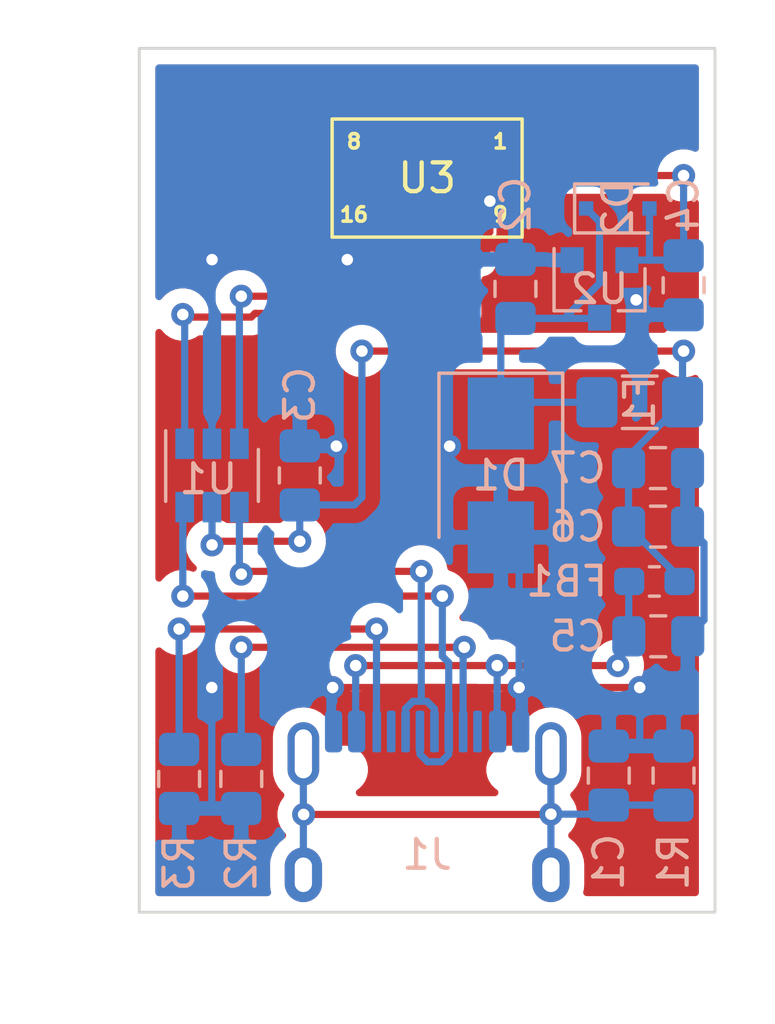
<source format=kicad_pcb>
(kicad_pcb (version 20171130) (host pcbnew "(5.1.6)-1")

  (general
    (thickness 1.6)
    (drawings 4)
    (tracks 185)
    (zones 0)
    (modules 18)
    (nets 15)
  )

  (page A4)
  (layers
    (0 F.Cu signal)
    (31 B.Cu signal)
    (32 B.Adhes user)
    (33 F.Adhes user)
    (34 B.Paste user)
    (35 F.Paste user)
    (36 B.SilkS user)
    (37 F.SilkS user)
    (38 B.Mask user)
    (39 F.Mask user)
    (40 Dwgs.User user)
    (41 Cmts.User user)
    (42 Eco1.User user)
    (43 Eco2.User user)
    (44 Edge.Cuts user)
    (45 Margin user)
    (46 B.CrtYd user)
    (47 F.CrtYd user)
    (48 B.Fab user hide)
    (49 F.Fab user hide)
  )

  (setup
    (last_trace_width 0.25)
    (trace_clearance 0.2)
    (zone_clearance 0.508)
    (zone_45_only no)
    (trace_min 0.2)
    (via_size 0.8)
    (via_drill 0.4)
    (via_min_size 0.4)
    (via_min_drill 0.3)
    (uvia_size 0.3)
    (uvia_drill 0.1)
    (uvias_allowed no)
    (uvia_min_size 0.2)
    (uvia_min_drill 0.1)
    (edge_width 0.05)
    (segment_width 0.2)
    (pcb_text_width 0.3)
    (pcb_text_size 1.5 1.5)
    (mod_edge_width 0.12)
    (mod_text_size 1 1)
    (mod_text_width 0.15)
    (pad_size 1.524 1.524)
    (pad_drill 0.762)
    (pad_to_mask_clearance 0.05)
    (aux_axis_origin 0 0)
    (grid_origin 194.31 40.005)
    (visible_elements 7FFFF7FF)
    (pcbplotparams
      (layerselection 0x010fc_ffffffff)
      (usegerberextensions false)
      (usegerberattributes true)
      (usegerberadvancedattributes true)
      (creategerberjobfile true)
      (excludeedgelayer true)
      (linewidth 0.100000)
      (plotframeref false)
      (viasonmask false)
      (mode 1)
      (useauxorigin false)
      (hpglpennumber 1)
      (hpglpenspeed 20)
      (hpglpendiameter 15.000000)
      (psnegative false)
      (psa4output false)
      (plotreference true)
      (plotvalue true)
      (plotinvisibletext false)
      (padsonsilk false)
      (subtractmaskfromsilk false)
      (outputformat 1)
      (mirror false)
      (drillshape 1)
      (scaleselection 1)
      (outputdirectory ""))
  )

  (net 0 "")
  (net 1 GND)
  (net 2 "Net-(C1-Pad1)")
  (net 3 "Net-(C2-Pad1)")
  (net 4 VBUS)
  (net 5 3.3V)
  (net 6 "Net-(J1-PadA5)")
  (net 7 "Net-(J1-PadB5)")
  (net 8 DBUS-)
  (net 9 DBUS+)
  (net 10 D+)
  (net 11 D-)
  (net 12 "Net-(J1-PadB8)")
  (net 13 "Net-(J1-PadA8)")
  (net 14 VFILTER)

  (net_class Default "This is the default net class."
    (clearance 0.2)
    (trace_width 0.25)
    (via_dia 0.8)
    (via_drill 0.4)
    (uvia_dia 0.3)
    (uvia_drill 0.1)
    (add_net 3.3V)
    (add_net D+)
    (add_net D-)
    (add_net DBUS+)
    (add_net DBUS-)
    (add_net GND)
    (add_net "Net-(C1-Pad1)")
    (add_net "Net-(C2-Pad1)")
    (add_net "Net-(J1-PadA5)")
    (add_net "Net-(J1-PadA8)")
    (add_net "Net-(J1-PadB5)")
    (add_net "Net-(J1-PadB8)")
    (add_net VBUS)
    (add_net VFILTER)
  )

  (module Diode_SMD:D_SOD-323F (layer B.Cu) (tedit 590A48EB) (tstamp 604DDBA4)
    (at 166.624 35.56)
    (descr "SOD-323F http://www.nxp.com/documents/outline_drawing/SOD323F.pdf")
    (tags SOD-323F)
    (path /5F2D59FB)
    (attr smd)
    (fp_text reference D2 (at 0 0 90) (layer B.SilkS)
      (effects (font (size 1 1) (thickness 0.15)) (justify mirror))
    )
    (fp_text value 1N914 (at 0.1 -1.9) (layer B.Fab)
      (effects (font (size 1 1) (thickness 0.15)) (justify mirror))
    )
    (fp_text user %R (at 0 1.85) (layer B.Fab)
      (effects (font (size 1 1) (thickness 0.15)) (justify mirror))
    )
    (fp_line (start -1.5 0.85) (end -1.5 -0.85) (layer B.SilkS) (width 0.12))
    (fp_line (start 0.2 0) (end 0.45 0) (layer B.Fab) (width 0.1))
    (fp_line (start 0.2 -0.35) (end -0.3 0) (layer B.Fab) (width 0.1))
    (fp_line (start 0.2 0.35) (end 0.2 -0.35) (layer B.Fab) (width 0.1))
    (fp_line (start -0.3 0) (end 0.2 0.35) (layer B.Fab) (width 0.1))
    (fp_line (start -0.3 0) (end -0.5 0) (layer B.Fab) (width 0.1))
    (fp_line (start -0.3 0.35) (end -0.3 -0.35) (layer B.Fab) (width 0.1))
    (fp_line (start -0.9 -0.7) (end -0.9 0.7) (layer B.Fab) (width 0.1))
    (fp_line (start 0.9 -0.7) (end -0.9 -0.7) (layer B.Fab) (width 0.1))
    (fp_line (start 0.9 0.7) (end 0.9 -0.7) (layer B.Fab) (width 0.1))
    (fp_line (start -0.9 0.7) (end 0.9 0.7) (layer B.Fab) (width 0.1))
    (fp_line (start -1.6 0.95) (end 1.6 0.95) (layer B.CrtYd) (width 0.05))
    (fp_line (start 1.6 0.95) (end 1.6 -0.95) (layer B.CrtYd) (width 0.05))
    (fp_line (start -1.6 -0.95) (end 1.6 -0.95) (layer B.CrtYd) (width 0.05))
    (fp_line (start -1.6 0.95) (end -1.6 -0.95) (layer B.CrtYd) (width 0.05))
    (fp_line (start -1.5 -0.85) (end 1.05 -0.85) (layer B.SilkS) (width 0.12))
    (fp_line (start -1.5 0.85) (end 1.05 0.85) (layer B.SilkS) (width 0.12))
    (pad 2 smd rect (at 1.1 0) (size 0.5 0.5) (layers B.Cu B.Paste B.Mask)
      (net 5 3.3V))
    (pad 1 smd rect (at -1.1 0) (size 0.5 0.5) (layers B.Cu B.Paste B.Mask)
      (net 3 "Net-(C2-Pad1)"))
    (model ${KISYS3DMOD}/Diode_SMD.3dshapes/D_SOD-323F.wrl
      (at (xyz 0 0 0))
      (scale (xyz 1 1 1))
      (rotate (xyz 0 0 0))
    )
  )

  (module Package_TO_SOT_SMD:SOT-23 (layer B.Cu) (tedit 5A02FF57) (tstamp 604DD661)
    (at 165.989 38.354 270)
    (descr "SOT-23, Standard")
    (tags SOT-23)
    (path /5F2C71DA)
    (attr smd)
    (fp_text reference U2 (at 0 0) (layer B.SilkS)
      (effects (font (size 1 1) (thickness 0.15)) (justify mirror))
    )
    (fp_text value MCP1700-3302E_SOT23 (at 0 -2.5 270) (layer B.Fab)
      (effects (font (size 1 1) (thickness 0.15)) (justify mirror))
    )
    (fp_text user %R (at 0 0) (layer B.Fab)
      (effects (font (size 0.5 0.5) (thickness 0.075)) (justify mirror))
    )
    (fp_line (start -0.7 0.95) (end -0.7 -1.5) (layer B.Fab) (width 0.1))
    (fp_line (start -0.15 1.52) (end 0.7 1.52) (layer B.Fab) (width 0.1))
    (fp_line (start -0.7 0.95) (end -0.15 1.52) (layer B.Fab) (width 0.1))
    (fp_line (start 0.7 1.52) (end 0.7 -1.52) (layer B.Fab) (width 0.1))
    (fp_line (start -0.7 -1.52) (end 0.7 -1.52) (layer B.Fab) (width 0.1))
    (fp_line (start 0.76 -1.58) (end 0.76 -0.65) (layer B.SilkS) (width 0.12))
    (fp_line (start 0.76 1.58) (end 0.76 0.65) (layer B.SilkS) (width 0.12))
    (fp_line (start -1.7 1.75) (end 1.7 1.75) (layer B.CrtYd) (width 0.05))
    (fp_line (start 1.7 1.75) (end 1.7 -1.75) (layer B.CrtYd) (width 0.05))
    (fp_line (start 1.7 -1.75) (end -1.7 -1.75) (layer B.CrtYd) (width 0.05))
    (fp_line (start -1.7 -1.75) (end -1.7 1.75) (layer B.CrtYd) (width 0.05))
    (fp_line (start 0.76 1.58) (end -1.4 1.58) (layer B.SilkS) (width 0.12))
    (fp_line (start 0.76 -1.58) (end -0.7 -1.58) (layer B.SilkS) (width 0.12))
    (pad 3 smd rect (at 1 0 270) (size 0.9 0.8) (layers B.Cu B.Paste B.Mask)
      (net 3 "Net-(C2-Pad1)"))
    (pad 2 smd rect (at -1 -0.95 270) (size 0.9 0.8) (layers B.Cu B.Paste B.Mask)
      (net 5 3.3V))
    (pad 1 smd rect (at -1 0.95 270) (size 0.9 0.8) (layers B.Cu B.Paste B.Mask)
      (net 1 GND))
    (model ${KISYS3DMOD}/Package_TO_SOT_SMD.3dshapes/SOT-23.wrl
      (at (xyz 0 0 0))
      (scale (xyz 1 1 1))
      (rotate (xyz 0 0 0))
    )
  )

  (module Package_TO_SOT_SMD:SOT-23-6 (layer B.Cu) (tedit 5A02FF57) (tstamp 604DC062)
    (at 152.527 44.831 270)
    (descr "6-pin SOT-23 package")
    (tags SOT-23-6)
    (path /5F2DA715)
    (attr smd)
    (fp_text reference U1 (at 0.127 0.127 180) (layer B.SilkS)
      (effects (font (size 1 1) (thickness 0.15)) (justify mirror))
    )
    (fp_text value USBLC6-2SC6 (at 0 -2.9 90) (layer B.Fab)
      (effects (font (size 1 1) (thickness 0.15)) (justify mirror))
    )
    (fp_text user %R (at 0 0 180) (layer B.Fab)
      (effects (font (size 0.5 0.5) (thickness 0.075)) (justify mirror))
    )
    (fp_line (start -0.9 -1.61) (end 0.9 -1.61) (layer B.SilkS) (width 0.12))
    (fp_line (start 0.9 1.61) (end -1.55 1.61) (layer B.SilkS) (width 0.12))
    (fp_line (start 1.9 1.8) (end -1.9 1.8) (layer B.CrtYd) (width 0.05))
    (fp_line (start 1.9 -1.8) (end 1.9 1.8) (layer B.CrtYd) (width 0.05))
    (fp_line (start -1.9 -1.8) (end 1.9 -1.8) (layer B.CrtYd) (width 0.05))
    (fp_line (start -1.9 1.8) (end -1.9 -1.8) (layer B.CrtYd) (width 0.05))
    (fp_line (start -0.9 0.9) (end -0.25 1.55) (layer B.Fab) (width 0.1))
    (fp_line (start 0.9 1.55) (end -0.25 1.55) (layer B.Fab) (width 0.1))
    (fp_line (start -0.9 0.9) (end -0.9 -1.55) (layer B.Fab) (width 0.1))
    (fp_line (start 0.9 -1.55) (end -0.9 -1.55) (layer B.Fab) (width 0.1))
    (fp_line (start 0.9 1.55) (end 0.9 -1.55) (layer B.Fab) (width 0.1))
    (pad 5 smd rect (at 1.1 0 270) (size 1.06 0.65) (layers B.Cu B.Paste B.Mask)
      (net 14 VFILTER))
    (pad 6 smd rect (at 1.1 0.95 270) (size 1.06 0.65) (layers B.Cu B.Paste B.Mask)
      (net 8 DBUS-))
    (pad 4 smd rect (at 1.1 -0.95 270) (size 1.06 0.65) (layers B.Cu B.Paste B.Mask)
      (net 9 DBUS+))
    (pad 3 smd rect (at -1.1 -0.95 270) (size 1.06 0.65) (layers B.Cu B.Paste B.Mask)
      (net 10 D+))
    (pad 2 smd rect (at -1.1 0 270) (size 1.06 0.65) (layers B.Cu B.Paste B.Mask)
      (net 1 GND))
    (pad 1 smd rect (at -1.1 0.95 270) (size 1.06 0.65) (layers B.Cu B.Paste B.Mask)
      (net 11 D-))
    (model ${KISYS3DMOD}/Package_TO_SOT_SMD.3dshapes/SOT-23-6.wrl
      (at (xyz 0 0 0))
      (scale (xyz 1 1 1))
      (rotate (xyz 0 0 0))
    )
  )

  (module Resistor_SMD:R_0805_2012Metric_Pad1.15x1.40mm_HandSolder (layer B.Cu) (tedit 5B36C52B) (tstamp 604DC04C)
    (at 151.384 55.372 270)
    (descr "Resistor SMD 0805 (2012 Metric), square (rectangular) end terminal, IPC_7351 nominal with elongated pad for handsoldering. (Body size source: https://docs.google.com/spreadsheets/d/1BsfQQcO9C6DZCsRaXUlFlo91Tg2WpOkGARC1WS5S8t0/edit?usp=sharing), generated with kicad-footprint-generator")
    (tags "resistor handsolder")
    (path /5F2C9025)
    (attr smd)
    (fp_text reference R3 (at 2.921 0 90) (layer B.SilkS)
      (effects (font (size 1 1) (thickness 0.15)) (justify mirror))
    )
    (fp_text value 5.1k (at 0 -1.65 90) (layer B.Fab)
      (effects (font (size 1 1) (thickness 0.15)) (justify mirror))
    )
    (fp_text user %R (at 0 0 90) (layer B.Fab)
      (effects (font (size 0.5 0.5) (thickness 0.08)) (justify mirror))
    )
    (fp_line (start -1 -0.6) (end -1 0.6) (layer B.Fab) (width 0.1))
    (fp_line (start -1 0.6) (end 1 0.6) (layer B.Fab) (width 0.1))
    (fp_line (start 1 0.6) (end 1 -0.6) (layer B.Fab) (width 0.1))
    (fp_line (start 1 -0.6) (end -1 -0.6) (layer B.Fab) (width 0.1))
    (fp_line (start -0.261252 0.71) (end 0.261252 0.71) (layer B.SilkS) (width 0.12))
    (fp_line (start -0.261252 -0.71) (end 0.261252 -0.71) (layer B.SilkS) (width 0.12))
    (fp_line (start -1.85 -0.95) (end -1.85 0.95) (layer B.CrtYd) (width 0.05))
    (fp_line (start -1.85 0.95) (end 1.85 0.95) (layer B.CrtYd) (width 0.05))
    (fp_line (start 1.85 0.95) (end 1.85 -0.95) (layer B.CrtYd) (width 0.05))
    (fp_line (start 1.85 -0.95) (end -1.85 -0.95) (layer B.CrtYd) (width 0.05))
    (pad 2 smd roundrect (at 1.025 0 270) (size 1.15 1.4) (layers B.Cu B.Paste B.Mask) (roundrect_rratio 0.217391)
      (net 1 GND))
    (pad 1 smd roundrect (at -1.025 0 270) (size 1.15 1.4) (layers B.Cu B.Paste B.Mask) (roundrect_rratio 0.217391)
      (net 7 "Net-(J1-PadB5)"))
    (model ${KISYS3DMOD}/Resistor_SMD.3dshapes/R_0805_2012Metric.wrl
      (at (xyz 0 0 0))
      (scale (xyz 1 1 1))
      (rotate (xyz 0 0 0))
    )
  )

  (module Resistor_SMD:R_0805_2012Metric_Pad1.15x1.40mm_HandSolder (layer B.Cu) (tedit 5B36C52B) (tstamp 604DC03B)
    (at 153.543 55.372 270)
    (descr "Resistor SMD 0805 (2012 Metric), square (rectangular) end terminal, IPC_7351 nominal with elongated pad for handsoldering. (Body size source: https://docs.google.com/spreadsheets/d/1BsfQQcO9C6DZCsRaXUlFlo91Tg2WpOkGARC1WS5S8t0/edit?usp=sharing), generated with kicad-footprint-generator")
    (tags "resistor handsolder")
    (path /5F2C8A1E)
    (attr smd)
    (fp_text reference R2 (at 2.921 0 90) (layer B.SilkS)
      (effects (font (size 1 1) (thickness 0.15)) (justify mirror))
    )
    (fp_text value 5.1k (at 0 -1.65 90) (layer B.Fab)
      (effects (font (size 1 1) (thickness 0.15)) (justify mirror))
    )
    (fp_text user %R (at 0 0 90) (layer B.Fab)
      (effects (font (size 0.5 0.5) (thickness 0.08)) (justify mirror))
    )
    (fp_line (start -1 -0.6) (end -1 0.6) (layer B.Fab) (width 0.1))
    (fp_line (start -1 0.6) (end 1 0.6) (layer B.Fab) (width 0.1))
    (fp_line (start 1 0.6) (end 1 -0.6) (layer B.Fab) (width 0.1))
    (fp_line (start 1 -0.6) (end -1 -0.6) (layer B.Fab) (width 0.1))
    (fp_line (start -0.261252 0.71) (end 0.261252 0.71) (layer B.SilkS) (width 0.12))
    (fp_line (start -0.261252 -0.71) (end 0.261252 -0.71) (layer B.SilkS) (width 0.12))
    (fp_line (start -1.85 -0.95) (end -1.85 0.95) (layer B.CrtYd) (width 0.05))
    (fp_line (start -1.85 0.95) (end 1.85 0.95) (layer B.CrtYd) (width 0.05))
    (fp_line (start 1.85 0.95) (end 1.85 -0.95) (layer B.CrtYd) (width 0.05))
    (fp_line (start 1.85 -0.95) (end -1.85 -0.95) (layer B.CrtYd) (width 0.05))
    (pad 2 smd roundrect (at 1.025 0 270) (size 1.15 1.4) (layers B.Cu B.Paste B.Mask) (roundrect_rratio 0.217391)
      (net 1 GND))
    (pad 1 smd roundrect (at -1.025 0 270) (size 1.15 1.4) (layers B.Cu B.Paste B.Mask) (roundrect_rratio 0.217391)
      (net 6 "Net-(J1-PadA5)"))
    (model ${KISYS3DMOD}/Resistor_SMD.3dshapes/R_0805_2012Metric.wrl
      (at (xyz 0 0 0))
      (scale (xyz 1 1 1))
      (rotate (xyz 0 0 0))
    )
  )

  (module Fuse:Fuse_1206_3216Metric_Pad1.42x1.75mm_HandSolder (layer B.Cu) (tedit 5B301BBE) (tstamp 604DBF8C)
    (at 167.386 42.291)
    (descr "Fuse SMD 1206 (3216 Metric), square (rectangular) end terminal, IPC_7351 nominal with elongated pad for handsoldering. (Body size source: http://www.tortai-tech.com/upload/download/2011102023233369053.pdf), generated with kicad-footprint-generator")
    (tags "resistor handsolder")
    (path /5F2CE3C9)
    (attr smd)
    (fp_text reference F1 (at 0 0 90) (layer B.SilkS)
      (effects (font (size 1 1) (thickness 0.15)) (justify mirror))
    )
    (fp_text value Polyfuse_Small (at 0 -1.82) (layer B.Fab)
      (effects (font (size 1 1) (thickness 0.15)) (justify mirror))
    )
    (fp_text user %R (at 0 0) (layer B.Fab)
      (effects (font (size 0.8 0.8) (thickness 0.12)) (justify mirror))
    )
    (fp_line (start -1.6 -0.8) (end -1.6 0.8) (layer B.Fab) (width 0.1))
    (fp_line (start -1.6 0.8) (end 1.6 0.8) (layer B.Fab) (width 0.1))
    (fp_line (start 1.6 0.8) (end 1.6 -0.8) (layer B.Fab) (width 0.1))
    (fp_line (start 1.6 -0.8) (end -1.6 -0.8) (layer B.Fab) (width 0.1))
    (fp_line (start -0.602064 0.91) (end 0.602064 0.91) (layer B.SilkS) (width 0.12))
    (fp_line (start -0.602064 -0.91) (end 0.602064 -0.91) (layer B.SilkS) (width 0.12))
    (fp_line (start -2.45 -1.12) (end -2.45 1.12) (layer B.CrtYd) (width 0.05))
    (fp_line (start -2.45 1.12) (end 2.45 1.12) (layer B.CrtYd) (width 0.05))
    (fp_line (start 2.45 1.12) (end 2.45 -1.12) (layer B.CrtYd) (width 0.05))
    (fp_line (start 2.45 -1.12) (end -2.45 -1.12) (layer B.CrtYd) (width 0.05))
    (pad 2 smd roundrect (at 1.4875 0) (size 1.425 1.75) (layers B.Cu B.Paste B.Mask) (roundrect_rratio 0.175439)
      (net 14 VFILTER))
    (pad 1 smd roundrect (at -1.4875 0) (size 1.425 1.75) (layers B.Cu B.Paste B.Mask) (roundrect_rratio 0.175439)
      (net 3 "Net-(C2-Pad1)"))
    (model ${KISYS3DMOD}/Fuse.3dshapes/Fuse_1206_3216Metric.wrl
      (at (xyz 0 0 0))
      (scale (xyz 1 1 1))
      (rotate (xyz 0 0 0))
    )
  )

  (module Diode_SMD:D_SMB (layer B.Cu) (tedit 58645DF3) (tstamp 604DBF5C)
    (at 162.56 44.831 270)
    (descr "Diode SMB (DO-214AA)")
    (tags "Diode SMB (DO-214AA)")
    (path /5F2D2EAB)
    (attr smd)
    (fp_text reference D1 (at 0 0) (layer B.SilkS)
      (effects (font (size 1 1) (thickness 0.15)) (justify mirror))
    )
    (fp_text value B260 (at 0 -3.1 270) (layer B.Fab)
      (effects (font (size 1 1) (thickness 0.15)) (justify mirror))
    )
    (fp_text user %R (at 0 3 270) (layer B.Fab)
      (effects (font (size 1 1) (thickness 0.15)) (justify mirror))
    )
    (fp_line (start -3.55 2.15) (end -3.55 -2.15) (layer B.SilkS) (width 0.12))
    (fp_line (start 2.3 -2) (end -2.3 -2) (layer B.Fab) (width 0.1))
    (fp_line (start -2.3 -2) (end -2.3 2) (layer B.Fab) (width 0.1))
    (fp_line (start 2.3 2) (end 2.3 -2) (layer B.Fab) (width 0.1))
    (fp_line (start 2.3 2) (end -2.3 2) (layer B.Fab) (width 0.1))
    (fp_line (start -3.65 2.25) (end 3.65 2.25) (layer B.CrtYd) (width 0.05))
    (fp_line (start 3.65 2.25) (end 3.65 -2.25) (layer B.CrtYd) (width 0.05))
    (fp_line (start 3.65 -2.25) (end -3.65 -2.25) (layer B.CrtYd) (width 0.05))
    (fp_line (start -3.65 -2.25) (end -3.65 2.25) (layer B.CrtYd) (width 0.05))
    (fp_line (start -0.64944 -0.00102) (end -1.55114 -0.00102) (layer B.Fab) (width 0.1))
    (fp_line (start 0.50118 -0.00102) (end 1.4994 -0.00102) (layer B.Fab) (width 0.1))
    (fp_line (start -0.64944 0.79908) (end -0.64944 -0.80112) (layer B.Fab) (width 0.1))
    (fp_line (start 0.50118 -0.75032) (end 0.50118 0.79908) (layer B.Fab) (width 0.1))
    (fp_line (start -0.64944 -0.00102) (end 0.50118 -0.75032) (layer B.Fab) (width 0.1))
    (fp_line (start -0.64944 -0.00102) (end 0.50118 0.79908) (layer B.Fab) (width 0.1))
    (fp_line (start -3.55 -2.15) (end 2.15 -2.15) (layer B.SilkS) (width 0.12))
    (fp_line (start -3.55 2.15) (end 2.15 2.15) (layer B.SilkS) (width 0.12))
    (pad 2 smd rect (at 2.15 0 270) (size 2.5 2.3) (layers B.Cu B.Paste B.Mask)
      (net 1 GND))
    (pad 1 smd rect (at -2.15 0 270) (size 2.5 2.3) (layers B.Cu B.Paste B.Mask)
      (net 3 "Net-(C2-Pad1)"))
    (model ${KISYS3DMOD}/Diode_SMD.3dshapes/D_SMB.wrl
      (at (xyz 0 0 0))
      (scale (xyz 1 1 1))
      (rotate (xyz 0 0 0))
    )
  )

  (module Capacitor_SMD:C_0805_2012Metric_Pad1.15x1.40mm_HandSolder (layer B.Cu) (tedit 5B36C52B) (tstamp 604DBEE4)
    (at 168.91 38.227 270)
    (descr "Capacitor SMD 0805 (2012 Metric), square (rectangular) end terminal, IPC_7351 nominal with elongated pad for handsoldering. (Body size source: https://docs.google.com/spreadsheets/d/1BsfQQcO9C6DZCsRaXUlFlo91Tg2WpOkGARC1WS5S8t0/edit?usp=sharing), generated with kicad-footprint-generator")
    (tags "capacitor handsolder")
    (path /5F2D240F)
    (attr smd)
    (fp_text reference C4 (at -2.794 0 90) (layer B.SilkS)
      (effects (font (size 1 1) (thickness 0.15)) (justify mirror))
    )
    (fp_text value 100n (at 0 -1.65 90) (layer B.Fab)
      (effects (font (size 1 1) (thickness 0.15)) (justify mirror))
    )
    (fp_text user %R (at 0 0 90) (layer B.Fab)
      (effects (font (size 0.5 0.5) (thickness 0.08)) (justify mirror))
    )
    (fp_line (start -1 -0.6) (end -1 0.6) (layer B.Fab) (width 0.1))
    (fp_line (start -1 0.6) (end 1 0.6) (layer B.Fab) (width 0.1))
    (fp_line (start 1 0.6) (end 1 -0.6) (layer B.Fab) (width 0.1))
    (fp_line (start 1 -0.6) (end -1 -0.6) (layer B.Fab) (width 0.1))
    (fp_line (start -0.261252 0.71) (end 0.261252 0.71) (layer B.SilkS) (width 0.12))
    (fp_line (start -0.261252 -0.71) (end 0.261252 -0.71) (layer B.SilkS) (width 0.12))
    (fp_line (start -1.85 -0.95) (end -1.85 0.95) (layer B.CrtYd) (width 0.05))
    (fp_line (start -1.85 0.95) (end 1.85 0.95) (layer B.CrtYd) (width 0.05))
    (fp_line (start 1.85 0.95) (end 1.85 -0.95) (layer B.CrtYd) (width 0.05))
    (fp_line (start 1.85 -0.95) (end -1.85 -0.95) (layer B.CrtYd) (width 0.05))
    (pad 2 smd roundrect (at 1.025 0 270) (size 1.15 1.4) (layers B.Cu B.Paste B.Mask) (roundrect_rratio 0.217391)
      (net 1 GND))
    (pad 1 smd roundrect (at -1.025 0 270) (size 1.15 1.4) (layers B.Cu B.Paste B.Mask) (roundrect_rratio 0.217391)
      (net 5 3.3V))
    (model ${KISYS3DMOD}/Capacitor_SMD.3dshapes/C_0805_2012Metric.wrl
      (at (xyz 0 0 0))
      (scale (xyz 1 1 1))
      (rotate (xyz 0 0 0))
    )
  )

  (module Capacitor_SMD:C_0805_2012Metric_Pad1.15x1.40mm_HandSolder (layer B.Cu) (tedit 5B36C52B) (tstamp 604DBED3)
    (at 155.575 44.831 270)
    (descr "Capacitor SMD 0805 (2012 Metric), square (rectangular) end terminal, IPC_7351 nominal with elongated pad for handsoldering. (Body size source: https://docs.google.com/spreadsheets/d/1BsfQQcO9C6DZCsRaXUlFlo91Tg2WpOkGARC1WS5S8t0/edit?usp=sharing), generated with kicad-footprint-generator")
    (tags "capacitor handsolder")
    (path /5F2DD7DE)
    (attr smd)
    (fp_text reference C3 (at -2.794 0 90) (layer B.SilkS)
      (effects (font (size 1 1) (thickness 0.15)) (justify mirror))
    )
    (fp_text value 100n (at 0 -1.65 90) (layer B.Fab)
      (effects (font (size 1 1) (thickness 0.15)) (justify mirror))
    )
    (fp_text user %R (at 0 0 90) (layer B.Fab)
      (effects (font (size 0.5 0.5) (thickness 0.08)) (justify mirror))
    )
    (fp_line (start -1 -0.6) (end -1 0.6) (layer B.Fab) (width 0.1))
    (fp_line (start -1 0.6) (end 1 0.6) (layer B.Fab) (width 0.1))
    (fp_line (start 1 0.6) (end 1 -0.6) (layer B.Fab) (width 0.1))
    (fp_line (start 1 -0.6) (end -1 -0.6) (layer B.Fab) (width 0.1))
    (fp_line (start -0.261252 0.71) (end 0.261252 0.71) (layer B.SilkS) (width 0.12))
    (fp_line (start -0.261252 -0.71) (end 0.261252 -0.71) (layer B.SilkS) (width 0.12))
    (fp_line (start -1.85 -0.95) (end -1.85 0.95) (layer B.CrtYd) (width 0.05))
    (fp_line (start -1.85 0.95) (end 1.85 0.95) (layer B.CrtYd) (width 0.05))
    (fp_line (start 1.85 0.95) (end 1.85 -0.95) (layer B.CrtYd) (width 0.05))
    (fp_line (start 1.85 -0.95) (end -1.85 -0.95) (layer B.CrtYd) (width 0.05))
    (pad 2 smd roundrect (at 1.025 0 270) (size 1.15 1.4) (layers B.Cu B.Paste B.Mask) (roundrect_rratio 0.217391)
      (net 14 VFILTER))
    (pad 1 smd roundrect (at -1.025 0 270) (size 1.15 1.4) (layers B.Cu B.Paste B.Mask) (roundrect_rratio 0.217391)
      (net 1 GND))
    (model ${KISYS3DMOD}/Capacitor_SMD.3dshapes/C_0805_2012Metric.wrl
      (at (xyz 0 0 0))
      (scale (xyz 1 1 1))
      (rotate (xyz 0 0 0))
    )
  )

  (module Capacitor_SMD:C_0805_2012Metric_Pad1.15x1.40mm_HandSolder (layer B.Cu) (tedit 5B36C52B) (tstamp 604DBEC2)
    (at 163.068 38.354 90)
    (descr "Capacitor SMD 0805 (2012 Metric), square (rectangular) end terminal, IPC_7351 nominal with elongated pad for handsoldering. (Body size source: https://docs.google.com/spreadsheets/d/1BsfQQcO9C6DZCsRaXUlFlo91Tg2WpOkGARC1WS5S8t0/edit?usp=sharing), generated with kicad-footprint-generator")
    (tags "capacitor handsolder")
    (path /5F2D1284)
    (attr smd)
    (fp_text reference C2 (at 2.921 0 90) (layer B.SilkS)
      (effects (font (size 1 1) (thickness 0.15)) (justify mirror))
    )
    (fp_text value 100n (at 0 -1.65 90) (layer B.Fab)
      (effects (font (size 1 1) (thickness 0.15)) (justify mirror))
    )
    (fp_text user %R (at 0 0 90) (layer B.Fab)
      (effects (font (size 0.5 0.5) (thickness 0.08)) (justify mirror))
    )
    (fp_line (start -1 -0.6) (end -1 0.6) (layer B.Fab) (width 0.1))
    (fp_line (start -1 0.6) (end 1 0.6) (layer B.Fab) (width 0.1))
    (fp_line (start 1 0.6) (end 1 -0.6) (layer B.Fab) (width 0.1))
    (fp_line (start 1 -0.6) (end -1 -0.6) (layer B.Fab) (width 0.1))
    (fp_line (start -0.261252 0.71) (end 0.261252 0.71) (layer B.SilkS) (width 0.12))
    (fp_line (start -0.261252 -0.71) (end 0.261252 -0.71) (layer B.SilkS) (width 0.12))
    (fp_line (start -1.85 -0.95) (end -1.85 0.95) (layer B.CrtYd) (width 0.05))
    (fp_line (start -1.85 0.95) (end 1.85 0.95) (layer B.CrtYd) (width 0.05))
    (fp_line (start 1.85 0.95) (end 1.85 -0.95) (layer B.CrtYd) (width 0.05))
    (fp_line (start 1.85 -0.95) (end -1.85 -0.95) (layer B.CrtYd) (width 0.05))
    (pad 2 smd roundrect (at 1.025 0 90) (size 1.15 1.4) (layers B.Cu B.Paste B.Mask) (roundrect_rratio 0.217391)
      (net 1 GND))
    (pad 1 smd roundrect (at -1.025 0 90) (size 1.15 1.4) (layers B.Cu B.Paste B.Mask) (roundrect_rratio 0.217391)
      (net 3 "Net-(C2-Pad1)"))
    (model ${KISYS3DMOD}/Capacitor_SMD.3dshapes/C_0805_2012Metric.wrl
      (at (xyz 0 0 0))
      (scale (xyz 1 1 1))
      (rotate (xyz 0 0 0))
    )
  )

  (module Capacitor_SMD:C_0805_2012Metric_Pad1.15x1.40mm_HandSolder (layer B.Cu) (tedit 5B36C52B) (tstamp 5F518512)
    (at 166.31 55.255 90)
    (descr "Capacitor SMD 0805 (2012 Metric), square (rectangular) end terminal, IPC_7351 nominal with elongated pad for handsoldering. (Body size source: https://docs.google.com/spreadsheets/d/1BsfQQcO9C6DZCsRaXUlFlo91Tg2WpOkGARC1WS5S8t0/edit?usp=sharing), generated with kicad-footprint-generator")
    (tags "capacitor handsolder")
    (path /5F2CBA7F)
    (attr smd)
    (fp_text reference C1 (at -3 0 90) (layer B.SilkS)
      (effects (font (size 1 1) (thickness 0.15)) (justify mirror))
    )
    (fp_text value 4.7n (at 0 -1.65 90) (layer B.Fab)
      (effects (font (size 1 1) (thickness 0.15)) (justify mirror))
    )
    (fp_line (start -1 -0.6) (end -1 0.6) (layer B.Fab) (width 0.1))
    (fp_line (start -1 0.6) (end 1 0.6) (layer B.Fab) (width 0.1))
    (fp_line (start 1 0.6) (end 1 -0.6) (layer B.Fab) (width 0.1))
    (fp_line (start 1 -0.6) (end -1 -0.6) (layer B.Fab) (width 0.1))
    (fp_line (start -0.261252 0.71) (end 0.261252 0.71) (layer B.SilkS) (width 0.12))
    (fp_line (start -0.261252 -0.71) (end 0.261252 -0.71) (layer B.SilkS) (width 0.12))
    (fp_line (start -1.85 -0.95) (end -1.85 0.95) (layer B.CrtYd) (width 0.05))
    (fp_line (start -1.85 0.95) (end 1.85 0.95) (layer B.CrtYd) (width 0.05))
    (fp_line (start 1.85 0.95) (end 1.85 -0.95) (layer B.CrtYd) (width 0.05))
    (fp_line (start 1.85 -0.95) (end -1.85 -0.95) (layer B.CrtYd) (width 0.05))
    (fp_text user %R (at 0 0 90) (layer B.Fab)
      (effects (font (size 0.5 0.5) (thickness 0.08)) (justify mirror))
    )
    (pad 2 smd roundrect (at 1.025 0 90) (size 1.15 1.4) (layers B.Cu B.Paste B.Mask) (roundrect_rratio 0.217391)
      (net 1 GND))
    (pad 1 smd roundrect (at -1.025 0 90) (size 1.15 1.4) (layers B.Cu B.Paste B.Mask) (roundrect_rratio 0.217391)
      (net 2 "Net-(C1-Pad1)"))
    (model ${KISYS3DMOD}/Capacitor_SMD.3dshapes/C_0805_2012Metric.wrl
      (at (xyz 0 0 0))
      (scale (xyz 1 1 1))
      (rotate (xyz 0 0 0))
    )
  )

  (module Resistor_SMD:R_0805_2012Metric_Pad1.15x1.40mm_HandSolder (layer B.Cu) (tedit 5B36C52B) (tstamp 5F51859E)
    (at 168.56 55.255 90)
    (descr "Resistor SMD 0805 (2012 Metric), square (rectangular) end terminal, IPC_7351 nominal with elongated pad for handsoldering. (Body size source: https://docs.google.com/spreadsheets/d/1BsfQQcO9C6DZCsRaXUlFlo91Tg2WpOkGARC1WS5S8t0/edit?usp=sharing), generated with kicad-footprint-generator")
    (tags "resistor handsolder")
    (path /5F2CB38E)
    (attr smd)
    (fp_text reference R1 (at -3 0 90) (layer B.SilkS)
      (effects (font (size 1 1) (thickness 0.15)) (justify mirror))
    )
    (fp_text value 22k (at 0 -1.65 90) (layer B.Fab)
      (effects (font (size 1 1) (thickness 0.15)) (justify mirror))
    )
    (fp_line (start -1 -0.6) (end -1 0.6) (layer B.Fab) (width 0.1))
    (fp_line (start -1 0.6) (end 1 0.6) (layer B.Fab) (width 0.1))
    (fp_line (start 1 0.6) (end 1 -0.6) (layer B.Fab) (width 0.1))
    (fp_line (start 1 -0.6) (end -1 -0.6) (layer B.Fab) (width 0.1))
    (fp_line (start -0.261252 0.71) (end 0.261252 0.71) (layer B.SilkS) (width 0.12))
    (fp_line (start -0.261252 -0.71) (end 0.261252 -0.71) (layer B.SilkS) (width 0.12))
    (fp_line (start -1.85 -0.95) (end -1.85 0.95) (layer B.CrtYd) (width 0.05))
    (fp_line (start -1.85 0.95) (end 1.85 0.95) (layer B.CrtYd) (width 0.05))
    (fp_line (start 1.85 0.95) (end 1.85 -0.95) (layer B.CrtYd) (width 0.05))
    (fp_line (start 1.85 -0.95) (end -1.85 -0.95) (layer B.CrtYd) (width 0.05))
    (fp_text user %R (at 0 0 90) (layer B.Fab)
      (effects (font (size 0.5 0.5) (thickness 0.08)) (justify mirror))
    )
    (pad 2 smd roundrect (at 1.025 0 90) (size 1.15 1.4) (layers B.Cu B.Paste B.Mask) (roundrect_rratio 0.217391)
      (net 1 GND))
    (pad 1 smd roundrect (at -1.025 0 90) (size 1.15 1.4) (layers B.Cu B.Paste B.Mask) (roundrect_rratio 0.217391)
      (net 2 "Net-(C1-Pad1)"))
    (model ${KISYS3DMOD}/Resistor_SMD.3dshapes/R_0805_2012Metric.wrl
      (at (xyz 0 0 0))
      (scale (xyz 1 1 1))
      (rotate (xyz 0 0 0))
    )
  )

  (module Wii-BL-Lib:WML-C43 (layer F.Cu) (tedit 5F517DF0) (tstamp 5F518607)
    (at 160 34.505)
    (path /5F51A09E)
    (fp_text reference U3 (at 0 0) (layer F.SilkS)
      (effects (font (size 1 1) (thickness 0.15)))
    )
    (fp_text value WML-C43 (at 0 5.75) (layer F.Fab)
      (effects (font (size 1 1) (thickness 0.15)))
    )
    (fp_line (start -3.3 -2.05) (end -3.3 2.05) (layer F.SilkS) (width 0.12))
    (fp_line (start 3.3 2.05) (end -3.3 2.05) (layer F.SilkS) (width 0.12))
    (fp_line (start 3.3 2.05) (end 3.3 -2.05) (layer F.SilkS) (width 0.12))
    (fp_line (start -3.3 -2.05) (end 3.3 -2.05) (layer F.SilkS) (width 0.12))
    (fp_text user 16 (at -2.54 1.27) (layer F.SilkS)
      (effects (font (size 0.5 0.5) (thickness 0.125)))
    )
    (fp_text user 9 (at 2.54 1.27) (layer F.SilkS)
      (effects (font (size 0.5 0.5) (thickness 0.125)))
    )
    (fp_text user 8 (at -2.54 -1.27) (layer F.SilkS)
      (effects (font (size 0.5 0.5) (thickness 0.125)))
    )
    (fp_text user 1 (at 2.54 -1.27) (layer F.SilkS)
      (effects (font (size 0.5 0.5) (thickness 0.125)))
    )
    (pad 9 smd rect (at 1.75 2.3) (size 0.3 1.2) (layers F.Cu F.Paste F.Mask)
      (net 1 GND))
    (pad 10 smd rect (at 1.25 2.3) (size 0.3 1.2) (layers F.Cu F.Paste F.Mask)
      (net 11 D-))
    (pad 16 smd rect (at -1.75 2.3) (size 0.3 1.2) (layers F.Cu F.Paste F.Mask)
      (net 1 GND))
    (pad 14 smd rect (at -0.75 2.3) (size 0.3 1.2) (layers F.Cu F.Paste F.Mask))
    (pad 11 smd rect (at 0.75 2.3) (size 0.3 1.2) (layers F.Cu F.Paste F.Mask)
      (net 10 D+))
    (pad 15 smd rect (at -1.25 2.3) (size 0.3 1.2) (layers F.Cu F.Paste F.Mask))
    (pad 13 smd rect (at -0.25 2.3) (size 0.3 1.2) (layers F.Cu F.Paste F.Mask)
      (net 5 3.3V))
    (pad 12 smd rect (at 0.25 2.3) (size 0.3 1.2) (layers F.Cu F.Paste F.Mask))
    (pad 8 smd rect (at -1.75 -2.3) (size 0.3 1.2) (layers F.Cu F.Paste F.Mask)
      (net 1 GND))
    (pad 7 smd rect (at -1.25 -2.3) (size 0.3 1.2) (layers F.Cu F.Paste F.Mask)
      (net 5 3.3V))
    (pad 6 smd rect (at -0.75 -2.3) (size 0.3 1.2) (layers F.Cu F.Paste F.Mask)
      (net 5 3.3V))
    (pad 5 smd rect (at -0.25 -2.3) (size 0.3 1.2) (layers F.Cu F.Paste F.Mask))
    (pad 4 smd rect (at 0.25 -2.3) (size 0.3 1.2) (layers F.Cu F.Paste F.Mask))
    (pad 3 smd rect (at 0.75 -2.3) (size 0.3 1.2) (layers F.Cu F.Paste F.Mask))
    (pad 2 smd rect (at 1.25 -2.3) (size 0.3 1.2) (layers F.Cu F.Paste F.Mask))
    (pad 1 smd rect (at 1.75 -2.3) (size 0.3 1.2) (layers F.Cu F.Paste F.Mask)
      (net 1 GND))
  )

  (module acheron_Connectors:TYPE-C-31-M-12 (layer B.Cu) (tedit 5DF7FEB0) (tstamp 5F518AFF)
    (at 160 53 180)
    (path /5F2C575E)
    (fp_text reference J1 (at 0 -5 180) (layer B.SilkS)
      (effects (font (size 1 1) (thickness 0.15)) (justify mirror))
    )
    (fp_text value TYPE-C-31-M12_13 (at 0.05 -7.35 180) (layer B.Fab)
      (effects (font (size 0.5 0.5) (thickness 0.125)) (justify mirror))
    )
    (fp_line (start 4.8 -8.42) (end -4.8 -8.42) (layer Cmts.User) (width 0.15))
    (fp_line (start -5 -1.4) (end -5 -6.8) (layer B.Fab) (width 0.12))
    (fp_line (start -5 -6.8) (end 5 -6.8) (layer B.Fab) (width 0.12))
    (fp_line (start 5 -6.8) (end 5 -1.4) (layer B.Fab) (width 0.12))
    (fp_line (start 5 -1.4) (end -5 -1.4) (layer B.Fab) (width 0.12))
    (fp_line (start -5 -5.5) (end -0.9 -1.4) (layer B.Fab) (width 0.05))
    (fp_line (start -5 -4.5) (end -1.9 -1.4) (layer B.Fab) (width 0.05))
    (fp_line (start -4.3 -6.8) (end -1.9 -4.5) (layer B.Fab) (width 0.05))
    (fp_line (start -5 -3.5) (end -2.9 -1.4) (layer B.Fab) (width 0.05))
    (fp_line (start -5 -2.5) (end -3.9 -1.4) (layer B.Fab) (width 0.05))
    (fp_line (start -0.9 -3.4) (end 1.1 -1.4) (layer B.Fab) (width 0.05))
    (fp_line (start -1.9 -3.4) (end 0.1 -1.4) (layer B.Fab) (width 0.05))
    (fp_line (start -5 -6.5) (end -2.9 -4.5) (layer B.Fab) (width 0.05))
    (fp_line (start -3.3 -6.8) (end -0.9 -4.5) (layer B.Fab) (width 0.05))
    (fp_line (start 0.1 -3.4) (end 2.1 -1.4) (layer B.Fab) (width 0.05))
    (fp_line (start 1.1 -3.4) (end 3.1 -1.4) (layer B.Fab) (width 0.05))
    (fp_line (start -2.3 -6.8) (end 0.1 -4.5) (layer B.Fab) (width 0.05))
    (fp_line (start -1.3 -6.8) (end 1.1 -4.5) (layer B.Fab) (width 0.05))
    (fp_line (start 2.1 -3.4) (end 4.1 -1.4) (layer B.Fab) (width 0.05))
    (fp_line (start 3.1 -3.4) (end 5 -1.5) (layer B.Fab) (width 0.05))
    (fp_line (start -0.3 -6.8) (end 2.1 -4.5) (layer B.Fab) (width 0.05))
    (fp_line (start 0.7 -6.8) (end 5 -2.5) (layer B.Fab) (width 0.05))
    (fp_line (start 1.7 -6.8) (end 5 -3.5) (layer B.Fab) (width 0.05))
    (fp_line (start 2.7 -6.8) (end 5 -4.5) (layer B.Fab) (width 0.05))
    (fp_line (start 3.7 -6.8) (end 5 -5.5) (layer B.Fab) (width 0.05))
    (fp_text user "KEEPOUT ZONE" (at 0 -4 180) (layer B.Fab)
      (effects (font (size 0.5 0.5) (thickness 0.125)) (justify mirror))
    )
    (pad S thru_hole oval (at 4.3 -1.5 180) (size 1.1 2.2) (drill oval 0.6 1.7) (layers *.Cu *.Mask)
      (net 2 "Net-(C1-Pad1)"))
    (pad S thru_hole oval (at 4.3 -5.7 180) (size 1.3 1.9) (drill oval 0.6 1.2) (layers *.Cu *.Mask)
      (net 2 "Net-(C1-Pad1)"))
    (pad "" np_thru_hole circle (at 2.89 -2.051 180) (size 0.65 0.65) (drill 0.65) (layers *.Cu *.Mask))
    (pad "" np_thru_hole circle (at -2.89 -2.051 180) (size 0.65 0.65) (drill 0.65) (layers *.Cu *.Mask))
    (pad S thru_hole oval (at -4.3 -5.7 180) (size 1.3 1.9) (drill oval 0.6 1.2) (layers *.Cu *.Mask)
      (net 2 "Net-(C1-Pad1)"))
    (pad A1 smd roundrect (at -3.25 -1.275 180) (size 0.6 1.45) (drill (offset 0 0.55)) (layers B.Cu B.Paste B.Mask) (roundrect_rratio 0.25)
      (net 1 GND))
    (pad B8 smd roundrect (at -1.75 -1.275 180) (size 0.3 1.45) (drill (offset 0 0.55)) (layers B.Cu B.Paste B.Mask) (roundrect_rratio 0.25)
      (net 12 "Net-(J1-PadB8)"))
    (pad A5 smd roundrect (at -1.25 -1.275 180) (size 0.3 1.45) (drill (offset 0 0.55)) (layers B.Cu B.Paste B.Mask) (roundrect_rratio 0.25)
      (net 6 "Net-(J1-PadA5)"))
    (pad B7 smd roundrect (at -0.75 -1.275 180) (size 0.3 1.45) (drill (offset 0 0.55)) (layers B.Cu B.Paste B.Mask) (roundrect_rratio 0.25)
      (net 8 DBUS-))
    (pad A6 smd roundrect (at -0.254 -1.275 180) (size 0.3 1.45) (drill (offset 0 0.55)) (layers B.Cu B.Paste B.Mask) (roundrect_rratio 0.25)
      (net 9 DBUS+))
    (pad B5 smd roundrect (at 1.75 -1.275 180) (size 0.3 1.45) (drill (offset 0 0.55)) (layers B.Cu B.Paste B.Mask) (roundrect_rratio 0.25)
      (net 7 "Net-(J1-PadB5)"))
    (pad A8 smd roundrect (at 1.25 -1.275 180) (size 0.3 1.45) (drill (offset 0 0.55)) (layers B.Cu B.Paste B.Mask) (roundrect_rratio 0.25)
      (net 13 "Net-(J1-PadA8)"))
    (pad B6 smd roundrect (at 0.75 -1.275 180) (size 0.3 1.45) (drill (offset 0 0.55)) (layers B.Cu B.Paste B.Mask) (roundrect_rratio 0.25)
      (net 9 DBUS+))
    (pad A7 smd roundrect (at 0.25 -1.275 180) (size 0.3 1.45) (drill (offset 0 0.55)) (layers B.Cu B.Paste B.Mask) (roundrect_rratio 0.25)
      (net 8 DBUS-))
    (pad S thru_hole oval (at -4.3 -1.5 180) (size 1.1 2.2) (drill oval 0.6 1.7) (layers *.Cu *.Mask)
      (net 2 "Net-(C1-Pad1)"))
    (pad A4 smd roundrect (at -2.45 -1.275 180) (size 0.6 1.45) (drill (offset 0 0.55)) (layers B.Cu B.Paste B.Mask) (roundrect_rratio 0.25)
      (net 4 VBUS))
    (pad B1 smd roundrect (at 3.25 -1.275 180) (size 0.6 1.45) (drill (offset 0 0.55)) (layers B.Cu B.Paste B.Mask) (roundrect_rratio 0.25)
      (net 1 GND))
    (pad B4 smd roundrect (at 2.45 -1.275 180) (size 0.6 1.45) (drill (offset 0 0.55)) (layers B.Cu B.Paste B.Mask) (roundrect_rratio 0.25)
      (net 4 VBUS))
    (model ":Acheron 3D models:TYPE-C-31-M-12.step"
      (offset (xyz -4.46 -8.25 0))
      (scale (xyz 1 1 1))
      (rotate (xyz -90 0 0))
    )
  )

  (module Capacitor_SMD:C_0805_2012Metric_Pad1.15x1.40mm_HandSolder (layer B.Cu) (tedit 5B36C52B) (tstamp 604D9BE3)
    (at 168.021 46.609)
    (descr "Capacitor SMD 0805 (2012 Metric), square (rectangular) end terminal, IPC_7351 nominal with elongated pad for handsoldering. (Body size source: https://docs.google.com/spreadsheets/d/1BsfQQcO9C6DZCsRaXUlFlo91Tg2WpOkGARC1WS5S8t0/edit?usp=sharing), generated with kicad-footprint-generator")
    (tags "capacitor handsolder")
    (path /5FB5A6AE)
    (attr smd)
    (fp_text reference C6 (at -2.794 0) (layer B.SilkS)
      (effects (font (size 1 1) (thickness 0.15)) (justify mirror))
    )
    (fp_text value 100n (at 0 -1.65) (layer B.Fab)
      (effects (font (size 1 1) (thickness 0.15)) (justify mirror))
    )
    (fp_text user %R (at 0 0) (layer B.Fab)
      (effects (font (size 0.5 0.5) (thickness 0.08)) (justify mirror))
    )
    (fp_line (start -1 -0.6) (end -1 0.6) (layer B.Fab) (width 0.1))
    (fp_line (start -1 0.6) (end 1 0.6) (layer B.Fab) (width 0.1))
    (fp_line (start 1 0.6) (end 1 -0.6) (layer B.Fab) (width 0.1))
    (fp_line (start 1 -0.6) (end -1 -0.6) (layer B.Fab) (width 0.1))
    (fp_line (start -0.261252 0.71) (end 0.261252 0.71) (layer B.SilkS) (width 0.12))
    (fp_line (start -0.261252 -0.71) (end 0.261252 -0.71) (layer B.SilkS) (width 0.12))
    (fp_line (start -1.85 -0.95) (end -1.85 0.95) (layer B.CrtYd) (width 0.05))
    (fp_line (start -1.85 0.95) (end 1.85 0.95) (layer B.CrtYd) (width 0.05))
    (fp_line (start 1.85 0.95) (end 1.85 -0.95) (layer B.CrtYd) (width 0.05))
    (fp_line (start 1.85 -0.95) (end -1.85 -0.95) (layer B.CrtYd) (width 0.05))
    (pad 2 smd roundrect (at 1.025 0) (size 1.15 1.4) (layers B.Cu B.Paste B.Mask) (roundrect_rratio 0.217391)
      (net 1 GND))
    (pad 1 smd roundrect (at -1.025 0) (size 1.15 1.4) (layers B.Cu B.Paste B.Mask) (roundrect_rratio 0.217391)
      (net 14 VFILTER))
    (model ${KISYS3DMOD}/Capacitor_SMD.3dshapes/C_0805_2012Metric.wrl
      (at (xyz 0 0 0))
      (scale (xyz 1 1 1))
      (rotate (xyz 0 0 0))
    )
  )

  (module Capacitor_SMD:C_0805_2012Metric_Pad1.15x1.40mm_HandSolder (layer B.Cu) (tedit 5B36C52B) (tstamp 604D9BF4)
    (at 168.021 44.577)
    (descr "Capacitor SMD 0805 (2012 Metric), square (rectangular) end terminal, IPC_7351 nominal with elongated pad for handsoldering. (Body size source: https://docs.google.com/spreadsheets/d/1BsfQQcO9C6DZCsRaXUlFlo91Tg2WpOkGARC1WS5S8t0/edit?usp=sharing), generated with kicad-footprint-generator")
    (tags "capacitor handsolder")
    (path /606AD70F)
    (attr smd)
    (fp_text reference C7 (at -2.794 0) (layer B.SilkS)
      (effects (font (size 1 1) (thickness 0.15)) (justify mirror))
    )
    (fp_text value 10u (at 0 -1.65) (layer B.Fab)
      (effects (font (size 1 1) (thickness 0.15)) (justify mirror))
    )
    (fp_text user %R (at 0 0) (layer B.Fab)
      (effects (font (size 0.5 0.5) (thickness 0.08)) (justify mirror))
    )
    (fp_line (start -1 -0.6) (end -1 0.6) (layer B.Fab) (width 0.1))
    (fp_line (start -1 0.6) (end 1 0.6) (layer B.Fab) (width 0.1))
    (fp_line (start 1 0.6) (end 1 -0.6) (layer B.Fab) (width 0.1))
    (fp_line (start 1 -0.6) (end -1 -0.6) (layer B.Fab) (width 0.1))
    (fp_line (start -0.261252 0.71) (end 0.261252 0.71) (layer B.SilkS) (width 0.12))
    (fp_line (start -0.261252 -0.71) (end 0.261252 -0.71) (layer B.SilkS) (width 0.12))
    (fp_line (start -1.85 -0.95) (end -1.85 0.95) (layer B.CrtYd) (width 0.05))
    (fp_line (start -1.85 0.95) (end 1.85 0.95) (layer B.CrtYd) (width 0.05))
    (fp_line (start 1.85 0.95) (end 1.85 -0.95) (layer B.CrtYd) (width 0.05))
    (fp_line (start 1.85 -0.95) (end -1.85 -0.95) (layer B.CrtYd) (width 0.05))
    (pad 2 smd roundrect (at 1.025 0) (size 1.15 1.4) (layers B.Cu B.Paste B.Mask) (roundrect_rratio 0.217391)
      (net 1 GND))
    (pad 1 smd roundrect (at -1.025 0) (size 1.15 1.4) (layers B.Cu B.Paste B.Mask) (roundrect_rratio 0.217391)
      (net 14 VFILTER))
    (model ${KISYS3DMOD}/Capacitor_SMD.3dshapes/C_0805_2012Metric.wrl
      (at (xyz 0 0 0))
      (scale (xyz 1 1 1))
      (rotate (xyz 0 0 0))
    )
  )

  (module Capacitor_SMD:C_0805_2012Metric_Pad1.15x1.40mm_HandSolder (layer B.Cu) (tedit 5B36C52B) (tstamp 604D9BD2)
    (at 168.03 50.419)
    (descr "Capacitor SMD 0805 (2012 Metric), square (rectangular) end terminal, IPC_7351 nominal with elongated pad for handsoldering. (Body size source: https://docs.google.com/spreadsheets/d/1BsfQQcO9C6DZCsRaXUlFlo91Tg2WpOkGARC1WS5S8t0/edit?usp=sharing), generated with kicad-footprint-generator")
    (tags "capacitor handsolder")
    (path /5FB59EB5)
    (attr smd)
    (fp_text reference C5 (at -2.803 0) (layer B.SilkS)
      (effects (font (size 1 1) (thickness 0.15)) (justify mirror))
    )
    (fp_text value 10n (at 0 -1.65) (layer B.Fab)
      (effects (font (size 1 1) (thickness 0.15)) (justify mirror))
    )
    (fp_text user %R (at 0 0) (layer B.Fab)
      (effects (font (size 0.5 0.5) (thickness 0.08)) (justify mirror))
    )
    (fp_line (start -1 -0.6) (end -1 0.6) (layer B.Fab) (width 0.1))
    (fp_line (start -1 0.6) (end 1 0.6) (layer B.Fab) (width 0.1))
    (fp_line (start 1 0.6) (end 1 -0.6) (layer B.Fab) (width 0.1))
    (fp_line (start 1 -0.6) (end -1 -0.6) (layer B.Fab) (width 0.1))
    (fp_line (start -0.261252 0.71) (end 0.261252 0.71) (layer B.SilkS) (width 0.12))
    (fp_line (start -0.261252 -0.71) (end 0.261252 -0.71) (layer B.SilkS) (width 0.12))
    (fp_line (start -1.85 -0.95) (end -1.85 0.95) (layer B.CrtYd) (width 0.05))
    (fp_line (start -1.85 0.95) (end 1.85 0.95) (layer B.CrtYd) (width 0.05))
    (fp_line (start 1.85 0.95) (end 1.85 -0.95) (layer B.CrtYd) (width 0.05))
    (fp_line (start 1.85 -0.95) (end -1.85 -0.95) (layer B.CrtYd) (width 0.05))
    (pad 2 smd roundrect (at 1.025 0) (size 1.15 1.4) (layers B.Cu B.Paste B.Mask) (roundrect_rratio 0.217391)
      (net 1 GND))
    (pad 1 smd roundrect (at -1.025 0) (size 1.15 1.4) (layers B.Cu B.Paste B.Mask) (roundrect_rratio 0.217391)
      (net 4 VBUS))
    (model ${KISYS3DMOD}/Capacitor_SMD.3dshapes/C_0805_2012Metric.wrl
      (at (xyz 0 0 0))
      (scale (xyz 1 1 1))
      (rotate (xyz 0 0 0))
    )
  )

  (module Inductor_SMD:L_0603_1608Metric_Pad1.05x0.95mm_HandSolder (layer B.Cu) (tedit 5B301BBE) (tstamp 604DA425)
    (at 167.894 48.514 180)
    (descr "Capacitor SMD 0603 (1608 Metric), square (rectangular) end terminal, IPC_7351 nominal with elongated pad for handsoldering. (Body size source: http://www.tortai-tech.com/upload/download/2011102023233369053.pdf), generated with kicad-footprint-generator")
    (tags "inductor handsolder")
    (path /5FB5B2EC)
    (attr smd)
    (fp_text reference FB1 (at 3.048 0 180) (layer B.SilkS)
      (effects (font (size 1 1) (thickness 0.15)) (justify mirror))
    )
    (fp_text value Ferrite_Bead_Small (at 0 -1.43 180) (layer B.Fab)
      (effects (font (size 1 1) (thickness 0.15)) (justify mirror))
    )
    (fp_line (start 1.65 -0.73) (end -1.65 -0.73) (layer B.CrtYd) (width 0.05))
    (fp_line (start 1.65 0.73) (end 1.65 -0.73) (layer B.CrtYd) (width 0.05))
    (fp_line (start -1.65 0.73) (end 1.65 0.73) (layer B.CrtYd) (width 0.05))
    (fp_line (start -1.65 -0.73) (end -1.65 0.73) (layer B.CrtYd) (width 0.05))
    (fp_line (start -0.171267 -0.51) (end 0.171267 -0.51) (layer B.SilkS) (width 0.12))
    (fp_line (start -0.171267 0.51) (end 0.171267 0.51) (layer B.SilkS) (width 0.12))
    (fp_line (start 0.8 -0.4) (end -0.8 -0.4) (layer B.Fab) (width 0.1))
    (fp_line (start 0.8 0.4) (end 0.8 -0.4) (layer B.Fab) (width 0.1))
    (fp_line (start -0.8 0.4) (end 0.8 0.4) (layer B.Fab) (width 0.1))
    (fp_line (start -0.8 -0.4) (end -0.8 0.4) (layer B.Fab) (width 0.1))
    (fp_text user %R (at 0 0 180) (layer B.Fab)
      (effects (font (size 0.4 0.4) (thickness 0.06)) (justify mirror))
    )
    (pad 1 smd roundrect (at -0.875 0 180) (size 1.05 0.95) (layers B.Cu B.Paste B.Mask) (roundrect_rratio 0.25)
      (net 14 VFILTER))
    (pad 2 smd roundrect (at 0.875 0 180) (size 1.05 0.95) (layers B.Cu B.Paste B.Mask) (roundrect_rratio 0.25)
      (net 4 VBUS))
    (model ${KISYS3DMOD}/Inductor_SMD.3dshapes/L_0603_1608Metric.wrl
      (at (xyz 0 0 0))
      (scale (xyz 1 1 1))
      (rotate (xyz 0 0 0))
    )
  )

  (gr_line (start 170 30) (end 170 60) (layer Edge.Cuts) (width 0.1))
  (gr_line (start 150 30) (end 170 30) (layer Edge.Cuts) (width 0.1))
  (gr_line (start 150 60) (end 150 30) (layer Edge.Cuts) (width 0.1))
  (gr_line (start 150 60) (end 170 60) (layer Edge.Cuts) (width 0.1))

  (segment (start 152.518 56.397) (end 153.543 56.397) (width 0.25) (layer B.Cu) (net 1))
  (segment (start 151.384 56.397) (end 152.518 56.397) (width 0.25) (layer B.Cu) (net 1))
  (via (at 152.51799 52.197) (size 0.8) (drill 0.4) (layers F.Cu B.Cu) (net 1))
  (segment (start 152.518 56.397) (end 152.518 54.91019) (width 0.25) (layer B.Cu) (net 1))
  (segment (start 152.51799 54.91018) (end 152.51799 52.33301) (width 0.25) (layer B.Cu) (net 1))
  (segment (start 152.518 54.91019) (end 152.51799 54.91018) (width 0.25) (layer B.Cu) (net 1))
  (via (at 156.718 52.197) (size 0.8) (drill 0.4) (layers F.Cu B.Cu) (net 1))
  (segment (start 152.51799 52.197) (end 156.718 52.197) (width 0.25) (layer F.Cu) (net 1))
  (segment (start 156.718 54.243) (end 156.75 54.275) (width 0.25) (layer B.Cu) (net 1))
  (segment (start 156.718 52.197) (end 156.718 54.243) (width 0.25) (layer B.Cu) (net 1))
  (via (at 163.195 52.197) (size 0.8) (drill 0.4) (layers F.Cu B.Cu) (net 1))
  (segment (start 156.718 52.197) (end 163.195 52.197) (width 0.25) (layer F.Cu) (net 1))
  (segment (start 163.195 54.22) (end 163.25 54.275) (width 0.25) (layer B.Cu) (net 1))
  (segment (start 163.195 52.197) (end 163.195 54.22) (width 0.25) (layer B.Cu) (net 1))
  (segment (start 167.387 52.198) (end 167.386 52.197) (width 0.25) (layer B.Cu) (net 1))
  (via (at 167.386 52.197) (size 0.8) (drill 0.4) (layers F.Cu B.Cu) (net 1))
  (segment (start 167.387 54.23) (end 167.387 52.198) (width 0.25) (layer B.Cu) (net 1))
  (segment (start 167.387 54.23) (end 168.56 54.23) (width 0.25) (layer B.Cu) (net 1))
  (segment (start 166.31 54.23) (end 167.387 54.23) (width 0.25) (layer B.Cu) (net 1))
  (segment (start 167.386 52.197) (end 163.195 52.197) (width 0.25) (layer F.Cu) (net 1))
  (segment (start 169.046 44.577) (end 169.046 46.609) (width 0.25) (layer B.Cu) (net 1))
  (segment (start 169.61901 49.85499) (end 169.055 50.419) (width 0.25) (layer B.Cu) (net 1))
  (segment (start 169.61901 47.18201) (end 169.61901 49.85499) (width 0.25) (layer B.Cu) (net 1))
  (segment (start 169.046 46.609) (end 169.61901 47.18201) (width 0.25) (layer B.Cu) (net 1))
  (segment (start 167.386 52.197) (end 169.037 52.197) (width 0.25) (layer B.Cu) (net 1))
  (segment (start 169.037 50.437) (end 169.055 50.419) (width 0.25) (layer B.Cu) (net 1))
  (segment (start 169.037 52.197) (end 169.037 50.437) (width 0.25) (layer B.Cu) (net 1))
  (segment (start 163.195 47.616) (end 162.56 46.981) (width 0.25) (layer B.Cu) (net 1))
  (segment (start 163.195 52.197) (end 163.195 47.616) (width 0.25) (layer B.Cu) (net 1))
  (via (at 156.845 43.815) (size 0.8) (drill 0.4) (layers F.Cu B.Cu) (net 1))
  (segment (start 155.575 43.806) (end 156.836 43.806) (width 0.25) (layer B.Cu) (net 1))
  (segment (start 156.836 43.806) (end 156.845 43.815) (width 0.25) (layer B.Cu) (net 1))
  (segment (start 156.845 43.815) (end 160.782 43.815) (width 0.25) (layer F.Cu) (net 1))
  (segment (start 160.782 43.815) (end 160.782 43.815) (width 0.25) (layer F.Cu) (net 1) (tstamp 604DD36E))
  (via (at 160.782 43.815) (size 0.8) (drill 0.4) (layers F.Cu B.Cu) (net 1))
  (segment (start 160.782 43.815) (end 160.782 46.99) (width 0.25) (layer B.Cu) (net 1))
  (segment (start 162.551 46.99) (end 162.56 46.981) (width 0.25) (layer B.Cu) (net 1))
  (segment (start 160.782 46.99) (end 162.551 46.99) (width 0.25) (layer B.Cu) (net 1))
  (segment (start 165.014 37.329) (end 165.039 37.354) (width 0.25) (layer B.Cu) (net 1))
  (segment (start 163.068 37.329) (end 165.014 37.329) (width 0.25) (layer B.Cu) (net 1))
  (via (at 152.527 37.338) (size 0.8) (drill 0.4) (layers F.Cu B.Cu) (net 1))
  (segment (start 152.527 43.731) (end 152.527 37.338) (width 0.25) (layer B.Cu) (net 1))
  (segment (start 157.717 37.338) (end 158.25 36.805) (width 0.25) (layer F.Cu) (net 1))
  (segment (start 152.527 37.338) (end 157.226 37.338) (width 0.25) (layer F.Cu) (net 1))
  (segment (start 157.226 37.338) (end 157.717 37.338) (width 0.25) (layer F.Cu) (net 1) (tstamp 604DD870))
  (via (at 157.226 37.338) (size 0.8) (drill 0.4) (layers F.Cu B.Cu) (net 1))
  (segment (start 158.25 31.369998) (end 158.25 32.205) (width 0.25) (layer F.Cu) (net 1))
  (segment (start 158.339999 31.279999) (end 158.25 31.369998) (width 0.25) (layer F.Cu) (net 1))
  (segment (start 161.674999 31.279999) (end 158.339999 31.279999) (width 0.25) (layer F.Cu) (net 1))
  (segment (start 161.75 31.355) (end 161.674999 31.279999) (width 0.25) (layer F.Cu) (net 1))
  (segment (start 161.75 32.205) (end 161.75 31.355) (width 0.25) (layer F.Cu) (net 1))
  (segment (start 158.25 32.205) (end 158.25 36.805) (width 0.25) (layer F.Cu) (net 1))
  (segment (start 163.059 37.338) (end 163.068 37.329) (width 0.25) (layer B.Cu) (net 1))
  (segment (start 157.226 37.338) (end 163.059 37.338) (width 0.25) (layer B.Cu) (net 1))
  (via (at 162.179 35.306) (size 0.8) (drill 0.4) (layers F.Cu B.Cu) (net 1))
  (segment (start 163.068 37.329) (end 163.068 36.195) (width 0.25) (layer B.Cu) (net 1))
  (segment (start 163.068 36.195) (end 162.179 35.306) (width 0.25) (layer B.Cu) (net 1))
  (segment (start 162.179 36.376) (end 161.75 36.805) (width 0.25) (layer F.Cu) (net 1))
  (segment (start 162.179 35.306) (end 162.179 36.376) (width 0.25) (layer F.Cu) (net 1))
  (via (at 167.259 38.735) (size 0.8) (drill 0.4) (layers F.Cu B.Cu) (net 1))
  (segment (start 168.91 39.252) (end 167.776 39.252) (width 0.25) (layer B.Cu) (net 1))
  (segment (start 167.776 39.252) (end 167.259 38.735) (width 0.25) (layer B.Cu) (net 1))
  (segment (start 163.68 38.735) (end 161.75 36.805) (width 0.25) (layer F.Cu) (net 1))
  (segment (start 167.259 38.735) (end 163.68 38.735) (width 0.25) (layer F.Cu) (net 1))
  (segment (start 155.7 56.615) (end 155.7 58.7) (width 0.25) (layer B.Cu) (net 2))
  (segment (start 164.3 58.7) (end 164.3 56.595) (width 0.25) (layer B.Cu) (net 2))
  (via (at 164.3 56.595) (size 0.8) (drill 0.4) (layers F.Cu B.Cu) (net 2))
  (via (at 155.71 56.605) (size 0.8) (drill 0.4) (layers F.Cu B.Cu) (net 2))
  (segment (start 155.71 56.605) (end 164.29 56.605) (width 0.25) (layer F.Cu) (net 2))
  (segment (start 155.7 54.603002) (end 155.7 56.615) (width 0.25) (layer B.Cu) (net 2))
  (segment (start 164.3 56.595) (end 164.3 54.5) (width 0.25) (layer B.Cu) (net 2))
  (segment (start 164.3 56.595) (end 165.995 56.595) (width 0.25) (layer B.Cu) (net 2))
  (segment (start 166.31 56.28) (end 168.56 56.28) (width 0.25) (layer B.Cu) (net 2))
  (segment (start 165.995 56.595) (end 166.31 56.28) (width 0.25) (layer B.Cu) (net 2))
  (segment (start 162.95 42.291) (end 162.56 42.681) (width 0.25) (layer B.Cu) (net 3))
  (segment (start 165.8985 42.291) (end 162.95 42.291) (width 0.25) (layer B.Cu) (net 3))
  (segment (start 162.56 39.887) (end 163.068 39.379) (width 0.25) (layer B.Cu) (net 3))
  (segment (start 162.56 42.681) (end 162.56 39.887) (width 0.25) (layer B.Cu) (net 3))
  (segment (start 165.964 39.379) (end 165.989 39.354) (width 0.25) (layer B.Cu) (net 3))
  (segment (start 163.068 39.379) (end 165.964 39.379) (width 0.25) (layer B.Cu) (net 3))
  (segment (start 165.524 35.56) (end 165.989 36.025) (width 0.25) (layer B.Cu) (net 3))
  (segment (start 164.767002 39.379) (end 163.068 39.379) (width 0.25) (layer B.Cu) (net 3))
  (segment (start 165.989 38.157002) (end 164.767002 39.379) (width 0.25) (layer B.Cu) (net 3))
  (segment (start 165.989 36.025) (end 165.989 38.157002) (width 0.25) (layer B.Cu) (net 3))
  (segment (start 157.516999 51.435001) (end 157.517 51.435) (width 0.25) (layer B.Cu) (net 4))
  (via (at 157.517 51.435) (size 0.8) (drill 0.4) (layers F.Cu B.Cu) (net 4))
  (segment (start 157.55 54.275) (end 157.516999 54.241999) (width 0.25) (layer B.Cu) (net 4))
  (segment (start 157.516999 54.241999) (end 157.516999 51.435001) (width 0.25) (layer B.Cu) (net 4))
  (via (at 162.433 51.435) (size 0.8) (drill 0.4) (layers F.Cu B.Cu) (net 4))
  (segment (start 157.517 51.435) (end 162.433 51.435) (width 0.25) (layer F.Cu) (net 4))
  (segment (start 162.433 54.258) (end 162.45 54.275) (width 0.25) (layer B.Cu) (net 4))
  (segment (start 162.433 51.435) (end 162.433 54.258) (width 0.25) (layer B.Cu) (net 4))
  (via (at 166.624 51.435) (size 0.8) (drill 0.4) (layers F.Cu B.Cu) (net 4))
  (segment (start 162.433 51.435) (end 166.624 51.435) (width 0.25) (layer F.Cu) (net 4))
  (segment (start 166.624 50.8) (end 167.005 50.419) (width 0.25) (layer B.Cu) (net 4))
  (segment (start 166.624 51.435) (end 166.624 50.8) (width 0.25) (layer B.Cu) (net 4))
  (segment (start 167.005 48.528) (end 167.019 48.514) (width 0.25) (layer B.Cu) (net 4))
  (segment (start 167.005 50.419) (end 167.005 48.528) (width 0.25) (layer B.Cu) (net 4))
  (segment (start 168.758 37.354) (end 168.91 37.202) (width 0.25) (layer B.Cu) (net 5))
  (via (at 168.91 34.417) (size 0.8) (drill 0.4) (layers F.Cu B.Cu) (net 5))
  (segment (start 158.75 33.02) (end 158.75 32.205) (width 0.25) (layer F.Cu) (net 5))
  (segment (start 158.75 34.417) (end 158.75 33.02) (width 0.25) (layer F.Cu) (net 5))
  (segment (start 159.25 34.409) (end 159.258 34.417) (width 0.25) (layer F.Cu) (net 5))
  (segment (start 159.25 32.205) (end 159.25 34.409) (width 0.25) (layer F.Cu) (net 5))
  (segment (start 159.258 34.417) (end 158.75 34.417) (width 0.25) (layer F.Cu) (net 5))
  (segment (start 159.75 34.528) (end 159.639 34.417) (width 0.25) (layer F.Cu) (net 5))
  (segment (start 159.75 36.805) (end 159.75 34.528) (width 0.25) (layer F.Cu) (net 5))
  (segment (start 168.91 34.417) (end 159.639 34.417) (width 0.25) (layer F.Cu) (net 5))
  (segment (start 159.639 34.417) (end 159.258 34.417) (width 0.25) (layer F.Cu) (net 5))
  (segment (start 167.724 37.327) (end 167.751 37.354) (width 0.25) (layer B.Cu) (net 5))
  (segment (start 167.724 35.56) (end 167.724 37.327) (width 0.25) (layer B.Cu) (net 5))
  (segment (start 166.939 37.354) (end 167.751 37.354) (width 0.25) (layer B.Cu) (net 5))
  (segment (start 167.751 37.354) (end 168.758 37.354) (width 0.25) (layer B.Cu) (net 5))
  (segment (start 168.91 34.417) (end 168.91 37.202) (width 0.25) (layer B.Cu) (net 5))
  (via (at 153.543 50.8) (size 0.8) (drill 0.4) (layers F.Cu B.Cu) (net 6))
  (via (at 161.29 50.8) (size 0.8) (drill 0.4) (layers F.Cu B.Cu) (net 6))
  (segment (start 153.543 50.8) (end 161.29 50.8) (width 0.25) (layer F.Cu) (net 6))
  (segment (start 153.543 50.8) (end 153.543 54.347) (width 0.25) (layer B.Cu) (net 6))
  (segment (start 161.25 50.84) (end 161.29 50.8) (width 0.25) (layer B.Cu) (net 6))
  (segment (start 161.25 54.275) (end 161.25 50.84) (width 0.25) (layer B.Cu) (net 6))
  (via (at 151.384 50.165) (size 0.8) (drill 0.4) (layers F.Cu B.Cu) (net 7))
  (via (at 158.242 50.165) (size 0.8) (drill 0.4) (layers F.Cu B.Cu) (net 7))
  (segment (start 151.384 50.165) (end 158.242 50.165) (width 0.25) (layer F.Cu) (net 7))
  (segment (start 151.384 54.347) (end 151.384 50.165) (width 0.25) (layer B.Cu) (net 7))
  (segment (start 158.242 54.267) (end 158.25 54.275) (width 0.25) (layer B.Cu) (net 7))
  (segment (start 158.242 50.165) (end 158.242 54.267) (width 0.25) (layer B.Cu) (net 7))
  (segment (start 160.494692 54.77501) (end 160.75 54.519702) (width 0.25) (layer B.Cu) (net 8))
  (segment (start 160.013308 54.77501) (end 160.494692 54.77501) (width 0.25) (layer B.Cu) (net 8))
  (segment (start 160.75 54.519702) (end 160.75 54.275) (width 0.25) (layer B.Cu) (net 8))
  (segment (start 159.75 54.511702) (end 160.013308 54.77501) (width 0.25) (layer B.Cu) (net 8))
  (segment (start 159.75 54.275) (end 159.75 54.511702) (width 0.25) (layer B.Cu) (net 8))
  (via (at 160.528 49.022) (size 0.8) (drill 0.4) (layers F.Cu B.Cu) (net 8))
  (segment (start 160.528 51.111002) (end 160.528 49.022) (width 0.25) (layer B.Cu) (net 8))
  (segment (start 160.75 54.275) (end 160.75 51.333002) (width 0.25) (layer B.Cu) (net 8))
  (segment (start 160.75 51.333002) (end 160.528 51.111002) (width 0.25) (layer B.Cu) (net 8))
  (via (at 151.511 49.022) (size 0.8) (drill 0.4) (layers F.Cu B.Cu) (net 8))
  (segment (start 160.528 49.022) (end 151.511 49.022) (width 0.25) (layer F.Cu) (net 8))
  (segment (start 151.511 45.997) (end 151.577 45.931) (width 0.25) (layer B.Cu) (net 8))
  (segment (start 151.511 49.022) (end 151.511 45.997) (width 0.25) (layer B.Cu) (net 8))
  (segment (start 159.25 52.934298) (end 159.25 54.275) (width 0.25) (layer B.Cu) (net 9))
  (segment (start 159.509308 52.67499) (end 159.25 52.934298) (width 0.25) (layer B.Cu) (net 9))
  (segment (start 160.254 52.938298) (end 159.990692 52.67499) (width 0.25) (layer B.Cu) (net 9))
  (segment (start 160.254 54.275) (end 160.254 52.938298) (width 0.25) (layer B.Cu) (net 9))
  (segment (start 159.79601 52.67499) (end 159.79601 48.16301) (width 0.25) (layer B.Cu) (net 9))
  (segment (start 159.79601 52.67499) (end 159.509308 52.67499) (width 0.25) (layer B.Cu) (net 9))
  (segment (start 159.990692 52.67499) (end 159.79601 52.67499) (width 0.25) (layer B.Cu) (net 9))
  (via (at 159.79601 48.16301) (size 0.8) (drill 0.4) (layers F.Cu B.Cu) (net 9))
  (via (at 153.543 48.26) (size 0.8) (drill 0.4) (layers F.Cu B.Cu) (net 9))
  (segment (start 159.79601 48.16301) (end 153.63999 48.16301) (width 0.25) (layer F.Cu) (net 9))
  (segment (start 153.63999 48.16301) (end 153.543 48.26) (width 0.25) (layer F.Cu) (net 9))
  (segment (start 153.477 48.194) (end 153.543 48.26) (width 0.25) (layer B.Cu) (net 9))
  (segment (start 153.477 45.931) (end 153.477 48.194) (width 0.25) (layer B.Cu) (net 9))
  (via (at 153.543 38.608) (size 0.8) (drill 0.4) (layers F.Cu B.Cu) (net 10))
  (segment (start 153.477 43.731) (end 153.477 38.674) (width 0.25) (layer B.Cu) (net 10))
  (segment (start 153.477 38.674) (end 153.543 38.608) (width 0.25) (layer B.Cu) (net 10))
  (segment (start 153.543 38.608) (end 160.655 38.608) (width 0.25) (layer F.Cu) (net 10))
  (segment (start 160.75 38.513) (end 160.75 36.805) (width 0.25) (layer F.Cu) (net 10))
  (segment (start 160.655 38.608) (end 160.75 38.513) (width 0.25) (layer F.Cu) (net 10))
  (segment (start 161.25 36.805) (end 161.25 39.203) (width 0.25) (layer F.Cu) (net 11))
  (via (at 151.511 39.243) (size 0.8) (drill 0.4) (layers F.Cu B.Cu) (net 11))
  (segment (start 151.577 43.731) (end 151.577 39.309) (width 0.25) (layer B.Cu) (net 11))
  (segment (start 151.577 39.309) (end 151.511 39.243) (width 0.25) (layer B.Cu) (net 11))
  (segment (start 151.601001 39.333001) (end 151.511 39.243) (width 0.25) (layer F.Cu) (net 11))
  (segment (start 153.891001 39.333001) (end 151.601001 39.333001) (width 0.25) (layer F.Cu) (net 11))
  (segment (start 154.021002 39.203) (end 153.891001 39.333001) (width 0.25) (layer F.Cu) (net 11))
  (segment (start 161.25 39.203) (end 154.021002 39.203) (width 0.25) (layer F.Cu) (net 11))
  (segment (start 168.769 48.382) (end 166.996 46.609) (width 0.25) (layer B.Cu) (net 14))
  (segment (start 168.769 48.514) (end 168.769 48.382) (width 0.25) (layer B.Cu) (net 14))
  (segment (start 166.996 46.609) (end 166.996 44.577) (width 0.25) (layer B.Cu) (net 14))
  (segment (start 166.996 44.1685) (end 168.8735 42.291) (width 0.25) (layer B.Cu) (net 14))
  (segment (start 166.996 44.577) (end 166.996 44.1685) (width 0.25) (layer B.Cu) (net 14))
  (via (at 168.91 40.513) (size 0.8) (drill 0.4) (layers F.Cu B.Cu) (net 14))
  (segment (start 168.8735 42.291) (end 168.8735 40.5495) (width 0.25) (layer B.Cu) (net 14))
  (segment (start 168.8735 40.5495) (end 168.91 40.513) (width 0.25) (layer B.Cu) (net 14))
  (segment (start 168.91 40.513) (end 157.734 40.513) (width 0.25) (layer F.Cu) (net 14))
  (via (at 157.734 40.513) (size 0.8) (drill 0.4) (layers F.Cu B.Cu) (net 14))
  (segment (start 155.575 45.856) (end 157.471 45.856) (width 0.25) (layer B.Cu) (net 14))
  (segment (start 157.734 45.593) (end 157.734 40.513) (width 0.25) (layer B.Cu) (net 14))
  (segment (start 157.471 45.856) (end 157.734 45.593) (width 0.25) (layer B.Cu) (net 14))
  (via (at 155.575 47.117) (size 0.8) (drill 0.4) (layers F.Cu B.Cu) (net 14))
  (segment (start 155.575 45.856) (end 155.575 47.117) (width 0.25) (layer B.Cu) (net 14))
  (via (at 152.527 47.244) (size 0.8) (drill 0.4) (layers F.Cu B.Cu) (net 14))
  (segment (start 155.575 47.117) (end 152.654 47.117) (width 0.25) (layer F.Cu) (net 14))
  (segment (start 152.654 47.117) (end 152.527 47.244) (width 0.25) (layer F.Cu) (net 14))
  (segment (start 152.527 47.244) (end 152.527 45.931) (width 0.25) (layer B.Cu) (net 14))

  (zone (net 1) (net_name GND) (layer F.Cu) (tstamp 0) (hatch edge 0.508)
    (connect_pads (clearance 0.508))
    (min_thickness 0.254)
    (fill yes (arc_segments 32) (thermal_gap 0.508) (thermal_bridge_width 0.508))
    (polygon
      (pts
        (xy 170.942 29.083) (xy 171.196 61.087) (xy 147.701 61.976) (xy 148.59 28.829) (xy 148.463 28.321)
      )
    )
    (filled_polygon
      (pts
        (xy 150.707063 39.902774) (xy 150.851226 40.046937) (xy 151.020744 40.160205) (xy 151.209102 40.238226) (xy 151.409061 40.278)
        (xy 151.612939 40.278) (xy 151.812898 40.238226) (xy 152.001256 40.160205) (xy 152.101834 40.093001) (xy 153.853679 40.093001)
        (xy 153.891001 40.096677) (xy 153.928323 40.093001) (xy 153.928334 40.093001) (xy 154.039987 40.082004) (xy 154.183248 40.038547)
        (xy 154.315277 39.967975) (xy 154.321339 39.963) (xy 156.856715 39.963) (xy 156.816795 40.022744) (xy 156.738774 40.211102)
        (xy 156.699 40.411061) (xy 156.699 40.614939) (xy 156.738774 40.814898) (xy 156.816795 41.003256) (xy 156.930063 41.172774)
        (xy 157.074226 41.316937) (xy 157.243744 41.430205) (xy 157.432102 41.508226) (xy 157.632061 41.548) (xy 157.835939 41.548)
        (xy 158.035898 41.508226) (xy 158.224256 41.430205) (xy 158.393774 41.316937) (xy 158.437711 41.273) (xy 168.206289 41.273)
        (xy 168.250226 41.316937) (xy 168.419744 41.430205) (xy 168.608102 41.508226) (xy 168.808061 41.548) (xy 169.011939 41.548)
        (xy 169.211898 41.508226) (xy 169.315 41.465519) (xy 169.315001 59.315) (xy 165.547267 59.315) (xy 165.566407 59.251904)
        (xy 165.585 59.063123) (xy 165.585 58.336878) (xy 165.566407 58.148097) (xy 165.492929 57.905873) (xy 165.373608 57.682638)
        (xy 165.213028 57.486972) (xy 165.025577 57.333134) (xy 165.103937 57.254774) (xy 165.217205 57.085256) (xy 165.295226 56.896898)
        (xy 165.335 56.696939) (xy 165.335 56.493061) (xy 165.295226 56.293102) (xy 165.217205 56.104744) (xy 165.103937 55.935226)
        (xy 165.097327 55.928616) (xy 165.141975 55.891975) (xy 165.290058 55.711536) (xy 165.400094 55.505674) (xy 165.467853 55.2823)
        (xy 165.485 55.108207) (xy 165.485 53.891793) (xy 165.467853 53.7177) (xy 165.400094 53.494326) (xy 165.290058 53.288464)
        (xy 165.141975 53.108025) (xy 164.961536 52.959942) (xy 164.755674 52.849906) (xy 164.5323 52.782147) (xy 164.3 52.759267)
        (xy 164.067701 52.782147) (xy 163.844327 52.849906) (xy 163.638465 52.959942) (xy 163.458026 53.108025) (xy 163.309943 53.288464)
        (xy 163.199906 53.494326) (xy 163.132147 53.7177) (xy 163.115 53.891793) (xy 163.115 54.116948) (xy 162.984552 54.091)
        (xy 162.795448 54.091) (xy 162.609978 54.127892) (xy 162.435269 54.200259) (xy 162.278036 54.305319) (xy 162.144319 54.439036)
        (xy 162.039259 54.596269) (xy 161.966892 54.770978) (xy 161.93 54.956448) (xy 161.93 55.145552) (xy 161.966892 55.331022)
        (xy 162.039259 55.505731) (xy 162.144319 55.662964) (xy 162.278036 55.796681) (xy 162.35035 55.845) (xy 157.64965 55.845)
        (xy 157.721964 55.796681) (xy 157.855681 55.662964) (xy 157.960741 55.505731) (xy 158.033108 55.331022) (xy 158.07 55.145552)
        (xy 158.07 54.956448) (xy 158.033108 54.770978) (xy 157.960741 54.596269) (xy 157.855681 54.439036) (xy 157.721964 54.305319)
        (xy 157.564731 54.200259) (xy 157.390022 54.127892) (xy 157.204552 54.091) (xy 157.015448 54.091) (xy 156.885 54.116948)
        (xy 156.885 53.891793) (xy 156.867853 53.7177) (xy 156.800094 53.494326) (xy 156.690058 53.288464) (xy 156.541975 53.108025)
        (xy 156.361536 52.959942) (xy 156.155674 52.849906) (xy 155.9323 52.782147) (xy 155.7 52.759267) (xy 155.467701 52.782147)
        (xy 155.244327 52.849906) (xy 155.038465 52.959942) (xy 154.858026 53.108025) (xy 154.709943 53.288464) (xy 154.599906 53.494326)
        (xy 154.532147 53.7177) (xy 154.515 53.891793) (xy 154.515 55.108206) (xy 154.532147 55.282299) (xy 154.599906 55.505673)
        (xy 154.709942 55.711535) (xy 154.858025 55.891975) (xy 154.913657 55.937632) (xy 154.906063 55.945226) (xy 154.792795 56.114744)
        (xy 154.714774 56.303102) (xy 154.675 56.503061) (xy 154.675 56.706939) (xy 154.714774 56.906898) (xy 154.792795 57.095256)
        (xy 154.906063 57.264774) (xy 154.974423 57.333134) (xy 154.786973 57.486972) (xy 154.626392 57.682638) (xy 154.507071 57.905873)
        (xy 154.433593 58.148096) (xy 154.415 58.336877) (xy 154.415 59.063122) (xy 154.433593 59.251903) (xy 154.452733 59.315)
        (xy 150.685 59.315) (xy 150.685 50.929711) (xy 150.724226 50.968937) (xy 150.893744 51.082205) (xy 151.082102 51.160226)
        (xy 151.282061 51.2) (xy 151.485939 51.2) (xy 151.685898 51.160226) (xy 151.874256 51.082205) (xy 152.043774 50.968937)
        (xy 152.087711 50.925) (xy 152.512587 50.925) (xy 152.547774 51.101898) (xy 152.625795 51.290256) (xy 152.739063 51.459774)
        (xy 152.883226 51.603937) (xy 153.052744 51.717205) (xy 153.241102 51.795226) (xy 153.441061 51.835) (xy 153.644939 51.835)
        (xy 153.844898 51.795226) (xy 154.033256 51.717205) (xy 154.202774 51.603937) (xy 154.246711 51.56) (xy 156.486587 51.56)
        (xy 156.521774 51.736898) (xy 156.599795 51.925256) (xy 156.713063 52.094774) (xy 156.857226 52.238937) (xy 157.026744 52.352205)
        (xy 157.215102 52.430226) (xy 157.415061 52.47) (xy 157.618939 52.47) (xy 157.818898 52.430226) (xy 158.007256 52.352205)
        (xy 158.176774 52.238937) (xy 158.220711 52.195) (xy 161.729289 52.195) (xy 161.773226 52.238937) (xy 161.942744 52.352205)
        (xy 162.131102 52.430226) (xy 162.331061 52.47) (xy 162.534939 52.47) (xy 162.734898 52.430226) (xy 162.923256 52.352205)
        (xy 163.092774 52.238937) (xy 163.136711 52.195) (xy 165.920289 52.195) (xy 165.964226 52.238937) (xy 166.133744 52.352205)
        (xy 166.322102 52.430226) (xy 166.522061 52.47) (xy 166.725939 52.47) (xy 166.925898 52.430226) (xy 167.114256 52.352205)
        (xy 167.283774 52.238937) (xy 167.427937 52.094774) (xy 167.541205 51.925256) (xy 167.619226 51.736898) (xy 167.659 51.536939)
        (xy 167.659 51.333061) (xy 167.619226 51.133102) (xy 167.541205 50.944744) (xy 167.427937 50.775226) (xy 167.283774 50.631063)
        (xy 167.114256 50.517795) (xy 166.925898 50.439774) (xy 166.725939 50.4) (xy 166.522061 50.4) (xy 166.322102 50.439774)
        (xy 166.133744 50.517795) (xy 165.964226 50.631063) (xy 165.920289 50.675) (xy 163.136711 50.675) (xy 163.092774 50.631063)
        (xy 162.923256 50.517795) (xy 162.734898 50.439774) (xy 162.534939 50.4) (xy 162.331061 50.4) (xy 162.251173 50.415891)
        (xy 162.207205 50.309744) (xy 162.093937 50.140226) (xy 161.949774 49.996063) (xy 161.780256 49.882795) (xy 161.591898 49.804774)
        (xy 161.391939 49.765) (xy 161.248711 49.765) (xy 161.331937 49.681774) (xy 161.445205 49.512256) (xy 161.523226 49.323898)
        (xy 161.563 49.123939) (xy 161.563 48.920061) (xy 161.523226 48.720102) (xy 161.445205 48.531744) (xy 161.331937 48.362226)
        (xy 161.187774 48.218063) (xy 161.018256 48.104795) (xy 160.829898 48.026774) (xy 160.823953 48.025591) (xy 160.791236 47.861112)
        (xy 160.713215 47.672754) (xy 160.599947 47.503236) (xy 160.455784 47.359073) (xy 160.286266 47.245805) (xy 160.097908 47.167784)
        (xy 159.897949 47.12801) (xy 159.694071 47.12801) (xy 159.494112 47.167784) (xy 159.305754 47.245805) (xy 159.136236 47.359073)
        (xy 159.092299 47.40301) (xy 156.573386 47.40301) (xy 156.61 47.218939) (xy 156.61 47.015061) (xy 156.570226 46.815102)
        (xy 156.492205 46.626744) (xy 156.378937 46.457226) (xy 156.234774 46.313063) (xy 156.065256 46.199795) (xy 155.876898 46.121774)
        (xy 155.676939 46.082) (xy 155.473061 46.082) (xy 155.273102 46.121774) (xy 155.084744 46.199795) (xy 154.915226 46.313063)
        (xy 154.871289 46.357) (xy 153.062461 46.357) (xy 153.017256 46.326795) (xy 152.828898 46.248774) (xy 152.628939 46.209)
        (xy 152.425061 46.209) (xy 152.225102 46.248774) (xy 152.036744 46.326795) (xy 151.867226 46.440063) (xy 151.723063 46.584226)
        (xy 151.609795 46.753744) (xy 151.531774 46.942102) (xy 151.492 47.142061) (xy 151.492 47.345939) (xy 151.531774 47.545898)
        (xy 151.609795 47.734256) (xy 151.723063 47.903774) (xy 151.867226 48.047937) (xy 151.872505 48.051464) (xy 151.812898 48.026774)
        (xy 151.612939 47.987) (xy 151.409061 47.987) (xy 151.209102 48.026774) (xy 151.020744 48.104795) (xy 150.851226 48.218063)
        (xy 150.707063 48.362226) (xy 150.685 48.395246) (xy 150.685 39.869754)
      )
    )
    (filled_polygon
      (pts
        (xy 168.250226 35.220937) (xy 168.419744 35.334205) (xy 168.608102 35.412226) (xy 168.808061 35.452) (xy 169.011939 35.452)
        (xy 169.211898 35.412226) (xy 169.315 35.369519) (xy 169.315 39.560481) (xy 169.211898 39.517774) (xy 169.011939 39.478)
        (xy 168.808061 39.478) (xy 168.608102 39.517774) (xy 168.419744 39.595795) (xy 168.250226 39.709063) (xy 168.206289 39.753)
        (xy 161.777817 39.753) (xy 161.790001 39.743001) (xy 161.884974 39.627276) (xy 161.955546 39.495247) (xy 161.999003 39.351986)
        (xy 162.01 39.240333) (xy 162.013677 39.203) (xy 162.01 39.165667) (xy 162.01 38.031357) (xy 162.035289 38.028564)
        (xy 162.154341 37.990189) (xy 162.263619 37.929325) (xy 162.358923 37.848312) (xy 162.436591 37.750263) (xy 162.493638 37.638945)
        (xy 162.527871 37.518637) (xy 162.537977 37.393961) (xy 162.535 37.09075) (xy 162.37625 36.932) (xy 162.038072 36.932)
        (xy 162.038072 36.678) (xy 162.37625 36.678) (xy 162.535 36.51925) (xy 162.537977 36.216039) (xy 162.527871 36.091363)
        (xy 162.493638 35.971055) (xy 162.436591 35.859737) (xy 162.358923 35.761688) (xy 162.263619 35.680675) (xy 162.154341 35.619811)
        (xy 162.035289 35.581436) (xy 161.93175 35.57) (xy 161.794475 35.707275) (xy 161.754494 35.674463) (xy 161.64418 35.615498)
        (xy 161.600497 35.602247) (xy 161.56825 35.57) (xy 161.503644 35.577136) (xy 161.4 35.566928) (xy 161.1 35.566928)
        (xy 161 35.576777) (xy 160.9 35.566928) (xy 160.6 35.566928) (xy 160.51 35.575792) (xy 160.51 35.177)
        (xy 168.206289 35.177)
      )
    )
    (filled_polygon
      (pts
        (xy 169.315 33.464481) (xy 169.211898 33.421774) (xy 169.011939 33.382) (xy 168.808061 33.382) (xy 168.608102 33.421774)
        (xy 168.419744 33.499795) (xy 168.250226 33.613063) (xy 168.206289 33.657) (xy 160.01 33.657) (xy 160.01 33.434208)
        (xy 160.1 33.443072) (xy 160.4 33.443072) (xy 160.5 33.433223) (xy 160.6 33.443072) (xy 160.9 33.443072)
        (xy 161 33.433223) (xy 161.1 33.443072) (xy 161.4 33.443072) (xy 161.503644 33.432864) (xy 161.56825 33.44)
        (xy 161.600497 33.407753) (xy 161.64418 33.394502) (xy 161.754494 33.335537) (xy 161.794475 33.302725) (xy 161.93175 33.44)
        (xy 162.035289 33.428564) (xy 162.154341 33.390189) (xy 162.263619 33.329325) (xy 162.358923 33.248312) (xy 162.436591 33.150263)
        (xy 162.493638 33.038945) (xy 162.527871 32.918637) (xy 162.537977 32.793961) (xy 162.535 32.49075) (xy 162.37625 32.332)
        (xy 162.038072 32.332) (xy 162.038072 32.078) (xy 162.37625 32.078) (xy 162.535 31.91925) (xy 162.537977 31.616039)
        (xy 162.527871 31.491363) (xy 162.493638 31.371055) (xy 162.436591 31.259737) (xy 162.358923 31.161688) (xy 162.263619 31.080675)
        (xy 162.154341 31.019811) (xy 162.035289 30.981436) (xy 161.93175 30.97) (xy 161.794475 31.107275) (xy 161.754494 31.074463)
        (xy 161.64418 31.015498) (xy 161.600497 31.002247) (xy 161.56825 30.97) (xy 161.503644 30.977136) (xy 161.4 30.966928)
        (xy 161.1 30.966928) (xy 161 30.976777) (xy 160.9 30.966928) (xy 160.6 30.966928) (xy 160.5 30.976777)
        (xy 160.4 30.966928) (xy 160.1 30.966928) (xy 160 30.976777) (xy 159.9 30.966928) (xy 159.6 30.966928)
        (xy 159.5 30.976777) (xy 159.4 30.966928) (xy 159.1 30.966928) (xy 159 30.976777) (xy 158.9 30.966928)
        (xy 158.6 30.966928) (xy 158.496356 30.977136) (xy 158.43175 30.97) (xy 158.399503 31.002247) (xy 158.35582 31.015498)
        (xy 158.245506 31.074463) (xy 158.205525 31.107275) (xy 158.06825 30.97) (xy 157.964711 30.981436) (xy 157.845659 31.019811)
        (xy 157.736381 31.080675) (xy 157.641077 31.161688) (xy 157.563409 31.259737) (xy 157.506362 31.371055) (xy 157.472129 31.491363)
        (xy 157.462023 31.616039) (xy 157.465 31.91925) (xy 157.62375 32.078) (xy 157.961928 32.078) (xy 157.961928 32.332)
        (xy 157.62375 32.332) (xy 157.465 32.49075) (xy 157.462023 32.793961) (xy 157.472129 32.918637) (xy 157.506362 33.038945)
        (xy 157.563409 33.150263) (xy 157.641077 33.248312) (xy 157.736381 33.329325) (xy 157.845659 33.390189) (xy 157.964711 33.428564)
        (xy 157.990001 33.431357) (xy 157.99 34.379667) (xy 157.986323 34.417) (xy 158.000997 34.565986) (xy 158.044454 34.709247)
        (xy 158.115026 34.841276) (xy 158.209999 34.957001) (xy 158.325724 35.051974) (xy 158.457753 35.122546) (xy 158.601014 35.166003)
        (xy 158.668776 35.172677) (xy 158.75 35.180677) (xy 158.787333 35.177) (xy 158.990001 35.177) (xy 158.990001 35.575792)
        (xy 158.9 35.566928) (xy 158.6 35.566928) (xy 158.496356 35.577136) (xy 158.43175 35.57) (xy 158.399503 35.602247)
        (xy 158.35582 35.615498) (xy 158.245506 35.674463) (xy 158.205525 35.707275) (xy 158.06825 35.57) (xy 157.964711 35.581436)
        (xy 157.845659 35.619811) (xy 157.736381 35.680675) (xy 157.641077 35.761688) (xy 157.563409 35.859737) (xy 157.506362 35.971055)
        (xy 157.472129 36.091363) (xy 157.462023 36.216039) (xy 157.465 36.51925) (xy 157.62375 36.678) (xy 157.961928 36.678)
        (xy 157.961928 36.932) (xy 157.62375 36.932) (xy 157.465 37.09075) (xy 157.462023 37.393961) (xy 157.472129 37.518637)
        (xy 157.506362 37.638945) (xy 157.563409 37.750263) (xy 157.64083 37.848) (xy 154.246711 37.848) (xy 154.202774 37.804063)
        (xy 154.033256 37.690795) (xy 153.844898 37.612774) (xy 153.644939 37.573) (xy 153.441061 37.573) (xy 153.241102 37.612774)
        (xy 153.052744 37.690795) (xy 152.883226 37.804063) (xy 152.739063 37.948226) (xy 152.625795 38.117744) (xy 152.547774 38.306102)
        (xy 152.508 38.506061) (xy 152.508 38.573001) (xy 152.304712 38.573001) (xy 152.170774 38.439063) (xy 152.001256 38.325795)
        (xy 151.812898 38.247774) (xy 151.612939 38.208) (xy 151.409061 38.208) (xy 151.209102 38.247774) (xy 151.020744 38.325795)
        (xy 150.851226 38.439063) (xy 150.707063 38.583226) (xy 150.685 38.616246) (xy 150.685 30.685) (xy 169.315 30.685)
      )
    )
  )
  (zone (net 1) (net_name GND) (layer B.Cu) (tstamp 0) (hatch edge 0.508)
    (connect_pads (clearance 0.508))
    (min_thickness 0.254)
    (fill yes (arc_segments 32) (thermal_gap 0.508) (thermal_bridge_width 0.508))
    (polygon
      (pts
        (xy 171.704 28.575) (xy 172.085 63.881) (xy 145.161 63.373) (xy 148.209 28.448)
      )
    )
    (filled_polygon
      (pts
        (xy 151.511 56.27) (xy 153.416 56.27) (xy 153.416 56.25) (xy 153.67 56.25) (xy 153.67 56.27)
        (xy 153.69 56.27) (xy 153.69 56.524) (xy 153.67 56.524) (xy 153.67 57.44825) (xy 153.82875 57.607)
        (xy 154.243 57.610072) (xy 154.367482 57.597812) (xy 154.48718 57.561502) (xy 154.597494 57.502537) (xy 154.694185 57.423185)
        (xy 154.773537 57.326494) (xy 154.832502 57.21618) (xy 154.845332 57.173884) (xy 154.906063 57.264774) (xy 154.94 57.298711)
        (xy 154.94 57.361385) (xy 154.786973 57.486972) (xy 154.626392 57.682638) (xy 154.507071 57.905873) (xy 154.433593 58.148096)
        (xy 154.415 58.336877) (xy 154.415 59.063122) (xy 154.433593 59.251903) (xy 154.452733 59.315) (xy 150.685 59.315)
        (xy 150.685 57.610065) (xy 151.09825 57.607) (xy 151.257 57.44825) (xy 151.257 56.524) (xy 151.511 56.524)
        (xy 151.511 57.44825) (xy 151.66975 57.607) (xy 152.084 57.610072) (xy 152.208482 57.597812) (xy 152.32818 57.561502)
        (xy 152.438494 57.502537) (xy 152.4635 57.482015) (xy 152.488506 57.502537) (xy 152.59882 57.561502) (xy 152.718518 57.597812)
        (xy 152.843 57.610072) (xy 153.25725 57.607) (xy 153.416 57.44825) (xy 153.416 56.524) (xy 151.511 56.524)
        (xy 151.257 56.524) (xy 151.237 56.524) (xy 151.237 56.27) (xy 151.257 56.27) (xy 151.257 56.25)
        (xy 151.511 56.25)
      )
    )
    (filled_polygon
      (pts
        (xy 169.315 33.464481) (xy 169.211898 33.421774) (xy 169.011939 33.382) (xy 168.808061 33.382) (xy 168.608102 33.421774)
        (xy 168.419744 33.499795) (xy 168.250226 33.613063) (xy 168.106063 33.757226) (xy 167.992795 33.926744) (xy 167.914774 34.115102)
        (xy 167.875 34.315061) (xy 167.875 34.518939) (xy 167.905431 34.671928) (xy 167.474 34.671928) (xy 167.349518 34.684188)
        (xy 167.22982 34.720498) (xy 167.119506 34.779463) (xy 167.022815 34.858815) (xy 166.943463 34.955506) (xy 166.884498 35.06582)
        (xy 166.848188 35.185518) (xy 166.835928 35.31) (xy 166.835928 35.81) (xy 166.848188 35.934482) (xy 166.884498 36.05418)
        (xy 166.943463 36.164494) (xy 166.964 36.189519) (xy 166.964 36.265928) (xy 166.749 36.265928) (xy 166.749 36.062322)
        (xy 166.752676 36.024999) (xy 166.749 35.987676) (xy 166.749 35.987667) (xy 166.738003 35.876014) (xy 166.694546 35.732753)
        (xy 166.623974 35.600724) (xy 166.529001 35.484999) (xy 166.499998 35.461197) (xy 166.412072 35.373271) (xy 166.412072 35.31)
        (xy 166.399812 35.185518) (xy 166.363502 35.06582) (xy 166.304537 34.955506) (xy 166.225185 34.858815) (xy 166.128494 34.779463)
        (xy 166.01818 34.720498) (xy 165.898482 34.684188) (xy 165.774 34.671928) (xy 165.274 34.671928) (xy 165.149518 34.684188)
        (xy 165.02982 34.720498) (xy 164.919506 34.779463) (xy 164.822815 34.858815) (xy 164.743463 34.955506) (xy 164.684498 35.06582)
        (xy 164.648188 35.185518) (xy 164.635928 35.31) (xy 164.635928 35.81) (xy 164.648188 35.934482) (xy 164.684498 36.05418)
        (xy 164.743463 36.164494) (xy 164.822815 36.261185) (xy 164.911998 36.334375) (xy 164.911998 36.427748) (xy 164.75325 36.269)
        (xy 164.639 36.265928) (xy 164.514518 36.278188) (xy 164.39482 36.314498) (xy 164.284506 36.373463) (xy 164.280119 36.377063)
        (xy 164.219185 36.302815) (xy 164.122494 36.223463) (xy 164.01218 36.164498) (xy 163.892482 36.128188) (xy 163.768 36.115928)
        (xy 163.35375 36.119) (xy 163.195 36.27775) (xy 163.195 37.202) (xy 164.13775 37.202) (xy 164.16275 37.227)
        (xy 164.912 37.227) (xy 164.912 37.207) (xy 165.166 37.207) (xy 165.166 37.227) (xy 165.186 37.227)
        (xy 165.186 37.481) (xy 165.166 37.481) (xy 165.166 37.501) (xy 164.912 37.501) (xy 164.912 37.481)
        (xy 164.26925 37.481) (xy 164.24425 37.456) (xy 163.195 37.456) (xy 163.195 37.476) (xy 162.941 37.476)
        (xy 162.941 37.456) (xy 161.89175 37.456) (xy 161.733 37.61475) (xy 161.729928 37.904) (xy 161.742188 38.028482)
        (xy 161.778498 38.14818) (xy 161.837463 38.258494) (xy 161.916815 38.355185) (xy 161.996594 38.420658) (xy 161.990038 38.426038)
        (xy 161.879595 38.560613) (xy 161.797528 38.714149) (xy 161.746992 38.880745) (xy 161.729928 39.053999) (xy 161.729928 39.704001)
        (xy 161.746992 39.877255) (xy 161.797528 40.043851) (xy 161.800001 40.048478) (xy 161.800001 40.792928) (xy 161.41 40.792928)
        (xy 161.285518 40.805188) (xy 161.16582 40.841498) (xy 161.055506 40.900463) (xy 160.958815 40.979815) (xy 160.879463 41.076506)
        (xy 160.820498 41.18682) (xy 160.784188 41.306518) (xy 160.771928 41.431) (xy 160.771928 43.931) (xy 160.784188 44.055482)
        (xy 160.820498 44.17518) (xy 160.879463 44.285494) (xy 160.958815 44.382185) (xy 161.055506 44.461537) (xy 161.16582 44.520502)
        (xy 161.285518 44.556812) (xy 161.41 44.569072) (xy 163.71 44.569072) (xy 163.834482 44.556812) (xy 163.95418 44.520502)
        (xy 164.064494 44.461537) (xy 164.161185 44.382185) (xy 164.240537 44.285494) (xy 164.299502 44.17518) (xy 164.335812 44.055482)
        (xy 164.348072 43.931) (xy 164.348072 43.051) (xy 164.561224 43.051) (xy 164.564992 43.089254) (xy 164.615528 43.25585)
        (xy 164.697595 43.409386) (xy 164.808038 43.543962) (xy 164.942614 43.654405) (xy 165.09615 43.736472) (xy 165.262746 43.787008)
        (xy 165.436 43.804072) (xy 165.845394 43.804072) (xy 165.799992 43.953745) (xy 165.782928 44.126999) (xy 165.782928 45.027001)
        (xy 165.799992 45.200255) (xy 165.850528 45.366851) (xy 165.932595 45.520387) (xy 165.992187 45.593) (xy 165.932595 45.665613)
        (xy 165.850528 45.819149) (xy 165.799992 45.985745) (xy 165.782928 46.158999) (xy 165.782928 47.059001) (xy 165.799992 47.232255)
        (xy 165.850528 47.398851) (xy 165.932595 47.552387) (xy 166.043038 47.686962) (xy 166.069963 47.709059) (xy 166.003488 47.790058)
        (xy 165.922577 47.941433) (xy 165.872752 48.105684) (xy 165.855928 48.2765) (xy 165.855928 48.7515) (xy 165.872752 48.922316)
        (xy 165.922577 49.086567) (xy 166.003488 49.237942) (xy 166.073585 49.323355) (xy 166.052038 49.341038) (xy 165.941595 49.475613)
        (xy 165.859528 49.629149) (xy 165.808992 49.795745) (xy 165.791928 49.968999) (xy 165.791928 50.817333) (xy 165.706795 50.944744)
        (xy 165.628774 51.133102) (xy 165.589 51.333061) (xy 165.589 51.536939) (xy 165.628774 51.736898) (xy 165.706795 51.925256)
        (xy 165.820063 52.094774) (xy 165.964226 52.238937) (xy 166.133744 52.352205) (xy 166.322102 52.430226) (xy 166.522061 52.47)
        (xy 166.725939 52.47) (xy 166.925898 52.430226) (xy 167.114256 52.352205) (xy 167.283774 52.238937) (xy 167.427937 52.094774)
        (xy 167.541205 51.925256) (xy 167.619226 51.736898) (xy 167.626015 51.70277) (xy 167.669851 51.689472) (xy 167.823387 51.607405)
        (xy 167.957962 51.496962) (xy 167.963342 51.490406) (xy 168.028815 51.570185) (xy 168.125506 51.649537) (xy 168.23582 51.708502)
        (xy 168.355518 51.744812) (xy 168.48 51.757072) (xy 168.76925 51.754) (xy 168.928 51.59525) (xy 168.928 50.546)
        (xy 168.908 50.546) (xy 168.908 50.292) (xy 168.928 50.292) (xy 168.928 50.272) (xy 169.182 50.272)
        (xy 169.182 50.292) (xy 169.202 50.292) (xy 169.202 50.546) (xy 169.182 50.546) (xy 169.182 51.59525)
        (xy 169.315001 51.728251) (xy 169.315001 53.022345) (xy 169.26 53.016928) (xy 168.84575 53.02) (xy 168.687 53.17875)
        (xy 168.687 54.103) (xy 168.707 54.103) (xy 168.707 54.357) (xy 168.687 54.357) (xy 168.687 54.377)
        (xy 168.433 54.377) (xy 168.433 54.357) (xy 166.437 54.357) (xy 166.437 54.377) (xy 166.183 54.377)
        (xy 166.183 54.357) (xy 166.163 54.357) (xy 166.163 54.103) (xy 166.183 54.103) (xy 166.183 53.17875)
        (xy 166.437 53.17875) (xy 166.437 54.103) (xy 168.433 54.103) (xy 168.433 53.17875) (xy 168.27425 53.02)
        (xy 167.86 53.016928) (xy 167.735518 53.029188) (xy 167.61582 53.065498) (xy 167.505506 53.124463) (xy 167.435 53.182326)
        (xy 167.364494 53.124463) (xy 167.25418 53.065498) (xy 167.134482 53.029188) (xy 167.01 53.016928) (xy 166.59575 53.02)
        (xy 166.437 53.17875) (xy 166.183 53.17875) (xy 166.02425 53.02) (xy 165.61 53.016928) (xy 165.485518 53.029188)
        (xy 165.36582 53.065498) (xy 165.255506 53.124463) (xy 165.195727 53.173522) (xy 165.141975 53.108025) (xy 164.961536 52.959942)
        (xy 164.755674 52.849906) (xy 164.5323 52.782147) (xy 164.3 52.759267) (xy 164.145174 52.774516) (xy 164.139502 52.75582)
        (xy 164.080537 52.645506) (xy 164.001185 52.548815) (xy 163.904494 52.469463) (xy 163.79418 52.410498) (xy 163.674482 52.374188)
        (xy 163.55 52.361928) (xy 163.53575 52.365) (xy 163.377 52.52375) (xy 163.377 53.037587) (xy 163.372929 52.996255)
        (xy 163.328084 52.848418) (xy 163.255258 52.712171) (xy 163.193 52.636309) (xy 163.193 52.138711) (xy 163.236937 52.094774)
        (xy 163.350205 51.925256) (xy 163.428226 51.736898) (xy 163.468 51.536939) (xy 163.468 51.333061) (xy 163.428226 51.133102)
        (xy 163.350205 50.944744) (xy 163.236937 50.775226) (xy 163.092774 50.631063) (xy 162.923256 50.517795) (xy 162.734898 50.439774)
        (xy 162.534939 50.4) (xy 162.331061 50.4) (xy 162.251173 50.415891) (xy 162.207205 50.309744) (xy 162.093937 50.140226)
        (xy 161.949774 49.996063) (xy 161.780256 49.882795) (xy 161.591898 49.804774) (xy 161.391939 49.765) (xy 161.288 49.765)
        (xy 161.288 49.725711) (xy 161.331937 49.681774) (xy 161.445205 49.512256) (xy 161.523226 49.323898) (xy 161.563 49.123939)
        (xy 161.563 48.920061) (xy 161.552757 48.868565) (xy 162.27425 48.866) (xy 162.433 48.70725) (xy 162.433 47.108)
        (xy 162.687 47.108) (xy 162.687 48.70725) (xy 162.84575 48.866) (xy 163.71 48.869072) (xy 163.834482 48.856812)
        (xy 163.95418 48.820502) (xy 164.064494 48.761537) (xy 164.161185 48.682185) (xy 164.240537 48.585494) (xy 164.299502 48.47518)
        (xy 164.335812 48.355482) (xy 164.348072 48.231) (xy 164.345 47.26675) (xy 164.18625 47.108) (xy 162.687 47.108)
        (xy 162.433 47.108) (xy 160.93375 47.108) (xy 160.775 47.26675) (xy 160.773245 47.817678) (xy 160.713215 47.672754)
        (xy 160.599947 47.503236) (xy 160.455784 47.359073) (xy 160.286266 47.245805) (xy 160.097908 47.167784) (xy 159.897949 47.12801)
        (xy 159.694071 47.12801) (xy 159.494112 47.167784) (xy 159.305754 47.245805) (xy 159.136236 47.359073) (xy 158.992073 47.503236)
        (xy 158.878805 47.672754) (xy 158.800784 47.861112) (xy 158.76101 48.061071) (xy 158.76101 48.264949) (xy 158.800784 48.464908)
        (xy 158.878805 48.653266) (xy 158.992073 48.822784) (xy 159.036011 48.866722) (xy 159.036011 49.4953) (xy 158.901774 49.361063)
        (xy 158.732256 49.247795) (xy 158.543898 49.169774) (xy 158.343939 49.13) (xy 158.140061 49.13) (xy 157.940102 49.169774)
        (xy 157.751744 49.247795) (xy 157.582226 49.361063) (xy 157.438063 49.505226) (xy 157.324795 49.674744) (xy 157.246774 49.863102)
        (xy 157.207 50.063061) (xy 157.207 50.266939) (xy 157.240379 50.434746) (xy 157.215102 50.439774) (xy 157.026744 50.517795)
        (xy 156.857226 50.631063) (xy 156.713063 50.775226) (xy 156.599795 50.944744) (xy 156.521774 51.133102) (xy 156.482 51.333061)
        (xy 156.482 51.536939) (xy 156.521774 51.736898) (xy 156.599795 51.925256) (xy 156.713063 52.094774) (xy 156.757 52.138711)
        (xy 156.757 52.697235) (xy 156.744742 52.712171) (xy 156.671916 52.848418) (xy 156.627071 52.996255) (xy 156.623 53.037587)
        (xy 156.623 52.52375) (xy 156.46425 52.365) (xy 156.45 52.361928) (xy 156.325518 52.374188) (xy 156.20582 52.410498)
        (xy 156.095506 52.469463) (xy 155.998815 52.548815) (xy 155.919463 52.645506) (xy 155.860498 52.75582) (xy 155.854827 52.774516)
        (xy 155.7 52.759267) (xy 155.467701 52.782147) (xy 155.244327 52.849906) (xy 155.038465 52.959942) (xy 154.858026 53.108025)
        (xy 154.709943 53.288464) (xy 154.640673 53.418056) (xy 154.620962 53.394038) (xy 154.486387 53.283595) (xy 154.332851 53.201528)
        (xy 154.303 53.192473) (xy 154.303 51.503711) (xy 154.346937 51.459774) (xy 154.460205 51.290256) (xy 154.538226 51.101898)
        (xy 154.578 50.901939) (xy 154.578 50.698061) (xy 154.538226 50.498102) (xy 154.460205 50.309744) (xy 154.346937 50.140226)
        (xy 154.202774 49.996063) (xy 154.033256 49.882795) (xy 153.844898 49.804774) (xy 153.644939 49.765) (xy 153.441061 49.765)
        (xy 153.241102 49.804774) (xy 153.052744 49.882795) (xy 152.883226 49.996063) (xy 152.739063 50.140226) (xy 152.625795 50.309744)
        (xy 152.547774 50.498102) (xy 152.508 50.698061) (xy 152.508 50.901939) (xy 152.547774 51.101898) (xy 152.625795 51.290256)
        (xy 152.739063 51.459774) (xy 152.783 51.503711) (xy 152.783001 53.192473) (xy 152.753149 53.201528) (xy 152.599613 53.283595)
        (xy 152.465038 53.394038) (xy 152.4635 53.395912) (xy 152.461962 53.394038) (xy 152.327387 53.283595) (xy 152.173851 53.201528)
        (xy 152.144 53.192473) (xy 152.144 50.868711) (xy 152.187937 50.824774) (xy 152.301205 50.655256) (xy 152.379226 50.466898)
        (xy 152.419 50.266939) (xy 152.419 50.063061) (xy 152.379226 49.863102) (xy 152.307286 49.689425) (xy 152.314937 49.681774)
        (xy 152.428205 49.512256) (xy 152.506226 49.323898) (xy 152.546 49.123939) (xy 152.546 48.920061) (xy 152.506226 48.720102)
        (xy 152.428205 48.531744) (xy 152.314937 48.362226) (xy 152.271 48.318289) (xy 152.271 48.248356) (xy 152.425061 48.279)
        (xy 152.508 48.279) (xy 152.508 48.361939) (xy 152.547774 48.561898) (xy 152.625795 48.750256) (xy 152.739063 48.919774)
        (xy 152.883226 49.063937) (xy 153.052744 49.177205) (xy 153.241102 49.255226) (xy 153.441061 49.295) (xy 153.644939 49.295)
        (xy 153.844898 49.255226) (xy 154.033256 49.177205) (xy 154.202774 49.063937) (xy 154.346937 48.919774) (xy 154.460205 48.750256)
        (xy 154.538226 48.561898) (xy 154.578 48.361939) (xy 154.578 48.158061) (xy 154.538226 47.958102) (xy 154.460205 47.769744)
        (xy 154.346937 47.600226) (xy 154.237 47.490289) (xy 154.237 46.925468) (xy 154.253185 46.912185) (xy 154.332537 46.815494)
        (xy 154.391502 46.70518) (xy 154.396998 46.687063) (xy 154.497038 46.808962) (xy 154.569213 46.868195) (xy 154.54 47.015061)
        (xy 154.54 47.218939) (xy 154.579774 47.418898) (xy 154.657795 47.607256) (xy 154.771063 47.776774) (xy 154.915226 47.920937)
        (xy 155.084744 48.034205) (xy 155.273102 48.112226) (xy 155.473061 48.152) (xy 155.676939 48.152) (xy 155.876898 48.112226)
        (xy 156.065256 48.034205) (xy 156.234774 47.920937) (xy 156.378937 47.776774) (xy 156.492205 47.607256) (xy 156.570226 47.418898)
        (xy 156.61 47.218939) (xy 156.61 47.015061) (xy 156.580787 46.868195) (xy 156.652962 46.808962) (xy 156.763405 46.674387)
        (xy 156.794614 46.616) (xy 157.433678 46.616) (xy 157.471 46.619676) (xy 157.508322 46.616) (xy 157.508333 46.616)
        (xy 157.619986 46.605003) (xy 157.763247 46.561546) (xy 157.895276 46.490974) (xy 158.011001 46.396001) (xy 158.034804 46.366997)
        (xy 158.244998 46.156803) (xy 158.274001 46.133001) (xy 158.368974 46.017276) (xy 158.439546 45.885247) (xy 158.483003 45.741986)
        (xy 158.484085 45.731) (xy 160.771928 45.731) (xy 160.775 46.69525) (xy 160.93375 46.854) (xy 162.433 46.854)
        (xy 162.433 45.25475) (xy 162.687 45.25475) (xy 162.687 46.854) (xy 164.18625 46.854) (xy 164.345 46.69525)
        (xy 164.348072 45.731) (xy 164.335812 45.606518) (xy 164.299502 45.48682) (xy 164.240537 45.376506) (xy 164.161185 45.279815)
        (xy 164.064494 45.200463) (xy 163.95418 45.141498) (xy 163.834482 45.105188) (xy 163.71 45.092928) (xy 162.84575 45.096)
        (xy 162.687 45.25475) (xy 162.433 45.25475) (xy 162.27425 45.096) (xy 161.41 45.092928) (xy 161.285518 45.105188)
        (xy 161.16582 45.141498) (xy 161.055506 45.200463) (xy 160.958815 45.279815) (xy 160.879463 45.376506) (xy 160.820498 45.48682)
        (xy 160.784188 45.606518) (xy 160.771928 45.731) (xy 158.484085 45.731) (xy 158.494 45.630333) (xy 158.494 45.630324)
        (xy 158.497676 45.593001) (xy 158.494 45.555678) (xy 158.494 41.216711) (xy 158.537937 41.172774) (xy 158.651205 41.003256)
        (xy 158.729226 40.814898) (xy 158.769 40.614939) (xy 158.769 40.411061) (xy 158.729226 40.211102) (xy 158.651205 40.022744)
        (xy 158.537937 39.853226) (xy 158.393774 39.709063) (xy 158.224256 39.595795) (xy 158.035898 39.517774) (xy 157.835939 39.478)
        (xy 157.632061 39.478) (xy 157.432102 39.517774) (xy 157.243744 39.595795) (xy 157.074226 39.709063) (xy 156.930063 39.853226)
        (xy 156.816795 40.022744) (xy 156.738774 40.211102) (xy 156.699 40.411061) (xy 156.699 40.614939) (xy 156.738774 40.814898)
        (xy 156.816795 41.003256) (xy 156.930063 41.172774) (xy 156.974001 41.216712) (xy 156.974 45.096) (xy 156.794614 45.096)
        (xy 156.763405 45.037613) (xy 156.652962 44.903038) (xy 156.646406 44.897658) (xy 156.726185 44.832185) (xy 156.805537 44.735494)
        (xy 156.864502 44.62518) (xy 156.900812 44.505482) (xy 156.913072 44.381) (xy 156.91 44.09175) (xy 156.75125 43.933)
        (xy 155.702 43.933) (xy 155.702 43.953) (xy 155.448 43.953) (xy 155.448 43.933) (xy 155.428 43.933)
        (xy 155.428 43.679) (xy 155.448 43.679) (xy 155.448 42.75475) (xy 155.702 42.75475) (xy 155.702 43.679)
        (xy 156.75125 43.679) (xy 156.91 43.52025) (xy 156.913072 43.231) (xy 156.900812 43.106518) (xy 156.864502 42.98682)
        (xy 156.805537 42.876506) (xy 156.726185 42.779815) (xy 156.629494 42.700463) (xy 156.51918 42.641498) (xy 156.399482 42.605188)
        (xy 156.275 42.592928) (xy 155.86075 42.596) (xy 155.702 42.75475) (xy 155.448 42.75475) (xy 155.28925 42.596)
        (xy 154.875 42.592928) (xy 154.750518 42.605188) (xy 154.63082 42.641498) (xy 154.520506 42.700463) (xy 154.423815 42.779815)
        (xy 154.346952 42.873474) (xy 154.332537 42.846506) (xy 154.253185 42.749815) (xy 154.237 42.736532) (xy 154.237 39.377711)
        (xy 154.346937 39.267774) (xy 154.460205 39.098256) (xy 154.538226 38.909898) (xy 154.578 38.709939) (xy 154.578 38.506061)
        (xy 154.538226 38.306102) (xy 154.460205 38.117744) (xy 154.346937 37.948226) (xy 154.202774 37.804063) (xy 154.033256 37.690795)
        (xy 153.844898 37.612774) (xy 153.644939 37.573) (xy 153.441061 37.573) (xy 153.241102 37.612774) (xy 153.052744 37.690795)
        (xy 152.883226 37.804063) (xy 152.739063 37.948226) (xy 152.625795 38.117744) (xy 152.547774 38.306102) (xy 152.508 38.506061)
        (xy 152.508 38.709939) (xy 152.547774 38.909898) (xy 152.625795 39.098256) (xy 152.717001 39.234756) (xy 152.717 42.66175)
        (xy 152.654 42.72475) (xy 152.654 42.806859) (xy 152.621463 42.846506) (xy 152.562498 42.95682) (xy 152.527 43.073841)
        (xy 152.491502 42.95682) (xy 152.432537 42.846506) (xy 152.4 42.806859) (xy 152.4 42.72475) (xy 152.337 42.66175)
        (xy 152.337 39.869754) (xy 152.428205 39.733256) (xy 152.506226 39.544898) (xy 152.546 39.344939) (xy 152.546 39.141061)
        (xy 152.506226 38.941102) (xy 152.428205 38.752744) (xy 152.314937 38.583226) (xy 152.170774 38.439063) (xy 152.001256 38.325795)
        (xy 151.812898 38.247774) (xy 151.612939 38.208) (xy 151.409061 38.208) (xy 151.209102 38.247774) (xy 151.020744 38.325795)
        (xy 150.851226 38.439063) (xy 150.707063 38.583226) (xy 150.685 38.616246) (xy 150.685 36.754) (xy 161.729928 36.754)
        (xy 161.733 37.04325) (xy 161.89175 37.202) (xy 162.941 37.202) (xy 162.941 36.27775) (xy 162.78225 36.119)
        (xy 162.368 36.115928) (xy 162.243518 36.128188) (xy 162.12382 36.164498) (xy 162.013506 36.223463) (xy 161.916815 36.302815)
        (xy 161.837463 36.399506) (xy 161.778498 36.50982) (xy 161.742188 36.629518) (xy 161.729928 36.754) (xy 150.685 36.754)
        (xy 150.685 30.685) (xy 169.315 30.685)
      )
    )
    (filled_polygon
      (pts
        (xy 169.173 44.45) (xy 169.193 44.45) (xy 169.193 44.704) (xy 169.173 44.704) (xy 169.173 46.482)
        (xy 169.193 46.482) (xy 169.193 46.736) (xy 169.173 46.736) (xy 169.173 46.756) (xy 168.919 46.756)
        (xy 168.919 46.736) (xy 168.899 46.736) (xy 168.899 46.482) (xy 168.919 46.482) (xy 168.919 44.704)
        (xy 168.899 44.704) (xy 168.899 44.45) (xy 168.919 44.45) (xy 168.919 44.43) (xy 169.173 44.43)
      )
    )
    (filled_polygon
      (pts
        (xy 167.620498 38.43282) (xy 167.584188 38.552518) (xy 167.571928 38.677) (xy 167.575 38.96625) (xy 167.73375 39.125)
        (xy 168.783 39.125) (xy 168.783 39.105) (xy 169.037 39.105) (xy 169.037 39.125) (xy 169.057 39.125)
        (xy 169.057 39.379) (xy 169.037 39.379) (xy 169.037 39.399) (xy 168.783 39.399) (xy 168.783 39.379)
        (xy 167.73375 39.379) (xy 167.575 39.53775) (xy 167.571928 39.827) (xy 167.584188 39.951482) (xy 167.620498 40.07118)
        (xy 167.679463 40.181494) (xy 167.758815 40.278185) (xy 167.855506 40.357537) (xy 167.88275 40.372099) (xy 167.875 40.411061)
        (xy 167.875 40.614939) (xy 167.914774 40.814898) (xy 167.953508 40.908409) (xy 167.917614 40.927595) (xy 167.783038 41.038038)
        (xy 167.672595 41.172614) (xy 167.590528 41.32615) (xy 167.539992 41.492746) (xy 167.522928 41.666) (xy 167.522928 42.56677)
        (xy 167.249072 42.840627) (xy 167.249072 41.666) (xy 167.232008 41.492746) (xy 167.181472 41.32615) (xy 167.099405 41.172614)
        (xy 166.988962 41.038038) (xy 166.854386 40.927595) (xy 166.70085 40.845528) (xy 166.534254 40.794992) (xy 166.361 40.777928)
        (xy 165.436 40.777928) (xy 165.262746 40.794992) (xy 165.09615 40.845528) (xy 164.942614 40.927595) (xy 164.808038 41.038038)
        (xy 164.697595 41.172614) (xy 164.615528 41.32615) (xy 164.564992 41.492746) (xy 164.561224 41.531) (xy 164.348072 41.531)
        (xy 164.348072 41.431) (xy 164.335812 41.306518) (xy 164.299502 41.18682) (xy 164.240537 41.076506) (xy 164.161185 40.979815)
        (xy 164.064494 40.900463) (xy 163.95418 40.841498) (xy 163.834482 40.805188) (xy 163.71 40.792928) (xy 163.32 40.792928)
        (xy 163.32 40.592072) (xy 163.518001 40.592072) (xy 163.691255 40.575008) (xy 163.857851 40.524472) (xy 164.011387 40.442405)
        (xy 164.145962 40.331962) (xy 164.256405 40.197387) (xy 164.287614 40.139) (xy 164.72968 40.139) (xy 164.767002 40.142676)
        (xy 164.804324 40.139) (xy 165.048043 40.139) (xy 165.058463 40.158494) (xy 165.137815 40.255185) (xy 165.234506 40.334537)
        (xy 165.34482 40.393502) (xy 165.464518 40.429812) (xy 165.589 40.442072) (xy 166.389 40.442072) (xy 166.513482 40.429812)
        (xy 166.63318 40.393502) (xy 166.743494 40.334537) (xy 166.840185 40.255185) (xy 166.919537 40.158494) (xy 166.978502 40.04818)
        (xy 167.014812 39.928482) (xy 167.027072 39.804) (xy 167.027072 38.904) (xy 167.014812 38.779518) (xy 166.978502 38.65982)
        (xy 166.919537 38.549506) (xy 166.840185 38.452815) (xy 166.827095 38.442072) (xy 167.339 38.442072) (xy 167.463482 38.429812)
        (xy 167.58318 38.393502) (xy 167.664848 38.349849)
      )
    )
  )
)

</source>
